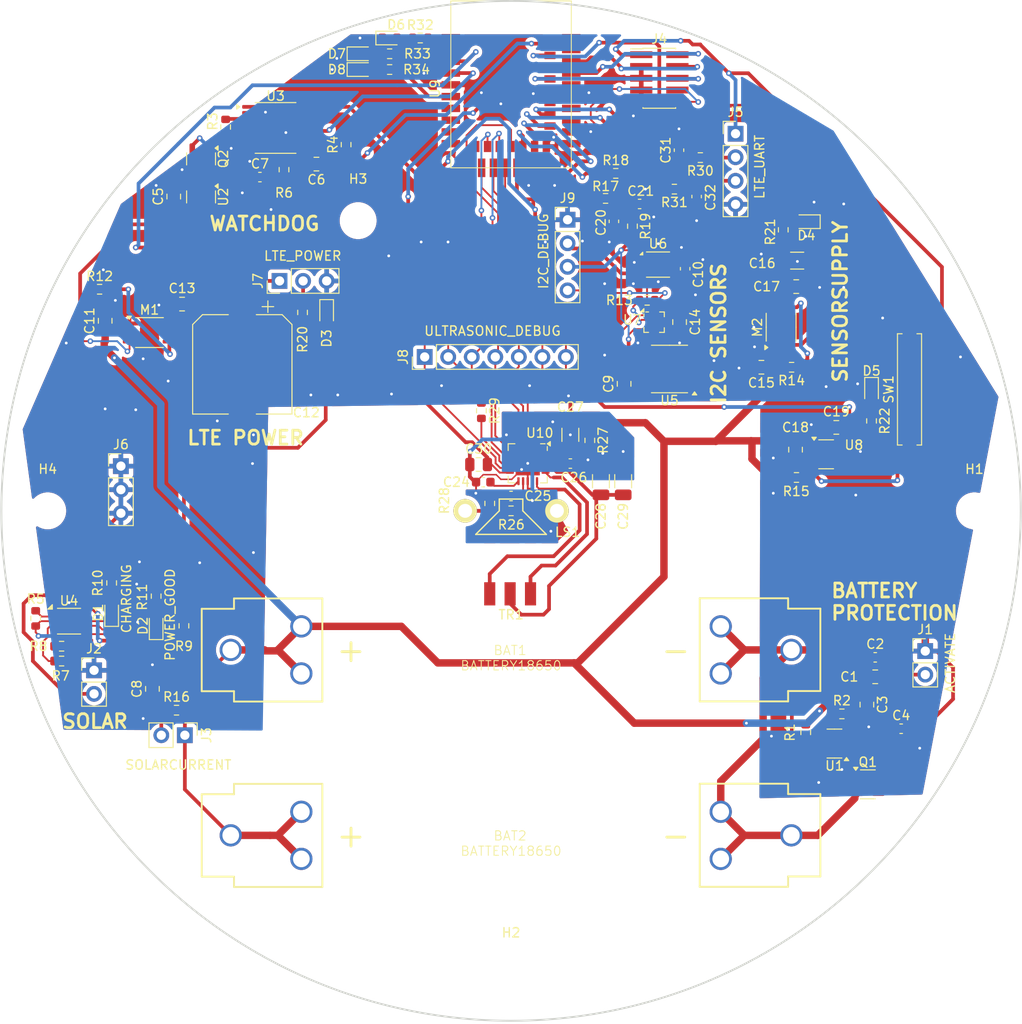
<source format=kicad_pcb>
(kicad_pcb (version 20240108) (generator "pcbnew") (generator_version "8.0")
  (layers (0 "F.Cu" signal) (31 "B.Cu" signal) (34 "B.Paste" user) (35 "F.Paste" user) (36 "B.SilkS" user "B.Silkscreen") (37 "F.SilkS" user "F.Silkscreen") (38 "B.Mask" user) (39 "F.Mask" user) (44 "Edge.Cuts" user))
  (net 0 "")
  (net 1 "VBAT")
  (net 2 "Net-(BAT1--)")
  (net 3 "Net-(U1-VDD)")
  (net 4 "GND")
  (net 5 "V3.3")
  (net 6 "Net-(C6-Pad1)")
  (net 7 "Net-(U3-~{Φ0})")
  (net 8 "Net-(J3-Pin_2)")
  (net 9 "SENSORSUPPLY")
  (net 10 "Net-(J7-Pin_2)")
  (net 11 "Net-(C21-Pad1)")
  (net 12 "Net-(U10-INN)")
  (net 13 "Net-(C25-Pad1)")
  (net 14 "Net-(U10-INP)")
  (net 15 "Net-(U10-FLT)")
  (net 16 "Net-(U10-VPWR)")
  (net 17 "Net-(U10-VDRV)")
  (net 18 "Net-(U9-P0.17)")
  (net 19 "Net-(J5-Pin_3)")
  (net 20 "Net-(D1-K)")
  (net 21 "Net-(D1-A)")
  (net 22 "Net-(D2-A)")
  (net 23 "Net-(D2-K)")
  (net 24 "Net-(D3-A)")
  (net 25 "Net-(D4-A)")
  (net 26 "Net-(D5-A)")
  (net 27 "Net-(D6-A)")
  (net 28 "Net-(D7-A)")
  (net 29 "Net-(D8-A)")
  (net 30 "Net-(J2-Pin_2)")
  (net 31 "Net-(J4-Pin_2)")
  (net 33 "Net-(J4-Pin_6)")
  (net 34 "Net-(J4-Pin_4)")
  (net 35 "Net-(J4-Pin_10)")
  (net 36 "Net-(J5-Pin_2)")
  (net 37 "LTE_POWERKEY")
  (net 38 "Net-(LS1-Pad1)")
  (net 40 "Net-(M1-FLAG)")
  (net 41 "LTEENABLE")
  (net 42 "Net-(M2-FLAG)")
  (net 44 "SENSORENABLE")
  (net 46 "Net-(Q1-G1)")
  (net 47 "Net-(Q1-G2)")
  (net 49 "NRESET")
  (net 50 "Net-(Q2-B)")
  (net 51 "Net-(U1-VM)")
  (net 52 "Net-(U3-Q14)")
  (net 53 "Net-(U3-~{Φ1})")
  (net 54 "Net-(U4-ISET)")
  (net 55 "Net-(U3-Φ0)")
  (net 56 "Net-(U4-VTSB)")
  (net 57 "Net-(U4-TS)")
  (net 58 "SOLARACTIVE")
  (net 59 "Net-(U7-SA0{slash}SDO)")
  (net 60 "Net-(U8-EN)")
  (net 61 "Net-(U9-P0.07)")
  (net 62 "Net-(U9-P0.12)")
  (net 63 "ULTRASONIC_IO2")
  (net 64 "Net-(U10-IO2)")
  (net 65 "Net-(U9-P0.15)")
  (net 66 "Net-(U9-P1.11)")
  (net 67 "Net-(U9-P1.10)")
  (net 68 "Net-(U9-P1.13)")
  (net 69 "Net-(U10-OUTB)")
  (net 70 "Net-(U10-OUTA)")
  (net 79 "WATCHDOG_RESET")
  (net 83 "I2C0-SCL")
  (net 84 "I2C0-SDA")
  (net 92 "ULTRASONIC_SDO")
  (net 98 "ULTRASONIC_IO1")
  (net 99 "ULTRASONIC_ENVELOPE")
  (net 102 "ULTRASONIC_SDI")
  (net 106 "ULTRASONIC_NCS")
  (net 109 "ULTRASONIC_SCLK")
  (footprint "Resistor_SMD:R_0603_1608Metric" (layer "F.Cu") (at 185.7 121.9)
    (property "Reference" "R2")
    (property "Value" "1k")
  )
  (footprint "Connector_PinHeader_2.54mm:PinHeader_1x03_P2.54mm_Vertical" (layer "F.Cu") (at 125.02 75.2 90)
    (property "Reference" "J7")
    (property "Value" "LTE_POWER")
  )
  (footprint "Capacitor_SMD:CP_Elec_10x10.5" (layer "F.Cu") (at 121 84.2 -90)
    (property "Reference" "C12")
    (property "Value" "1000uF")
  )
  (footprint "Package_SO:TSSOP-16_4.4x5mm_P0.65mm" (layer "F.Cu") (at 124.5875 58.7)
    (property "Reference" "U3")
    (property "Value" "74HC4060")
  )
  (footprint "Resistor_SMD:R_0603_1608Metric" (layer "F.Cu") (at 111.7 109.2 -90)
    (property "Reference" "R11")
    (property "Value" "330")
  )
  (footprint "SmarterSilo:MyParts-BATTERY_18650-HOLDER" (layer "F.Cu") (at 150 135)
    (property "Reference" "BAT2")
    (property "Value" "BATTERY18650")
  )
  (footprint "Connector_PinHeader_1.27mm:PinHeader_2x05_P1.27mm_Vertical_SMD" (layer "F.Cu") (at 166 53.34)
    (property "Reference" "J4")
    (property "Value" "SWD")
  )
  (footprint "Resistor_SMD:R_0603_1608Metric" (layer "F.Cu") (at 140.2 49 180)
    (property "Reference" "R32")
    (property "Value" "330")
  )
  (footprint "Resistor_SMD:R_0603_1608Metric" (layer "F.Cu") (at 180.275 84.5125 180)
    (property "Reference" "R14")
    (property "Value" "100k")
  )
  (footprint "Connector_PinHeader_2.54mm:PinHeader_1x02_P2.54mm_Vertical" (layer "F.Cu") (at 114.8 124.2 -90)
    (property "Reference" "J3")
    (property "Value" "SOLARCURRENT")
  )
  (footprint "Resistor_SMD:R_0603_1608Metric" (layer "F.Cu") (at 132.2 60.5 90)
    (property "Reference" "R4")
    (property "Value" "10k")
  )
  (footprint "SmarterSilo:400EP250-Holes" (layer "F.Cu") (at 150 100)
    (property "Reference" "LS1")
    (property "Value" "Speaker_Ultrasound")
  )
  (footprint "Capacitor_SMD:C_0603_1608Metric" (layer "F.Cu") (at 161.1 68.775 -90)
    (property "Reference" "C20")
    (property "Value" "33pF")
  )
  (footprint "Package_LGA:LGA-12_2x2mm_P0.5mm" (layer "F.Cu") (at 165.4375 79.65)
    (property "Reference" "U7")
    (property "Value" "LIS2DE12")
  )
  (footprint "Resistor_SMD:R_0603_1608Metric" (layer "F.Cu") (at 113.9 121.5)
    (property "Reference" "R16")
    (property "Value" "1")
  )
  (footprint "Connector_PinHeader_2.54mm:PinHeader_1x02_P2.54mm_Vertical" (layer "F.Cu") (at 105 117.2)
    (property "Reference" "J2")
    (property "Value" "SOLAR")
  )
  (footprint "MountingHole:MountingHole_3.5mm" (layer "F.Cu") (at 100 100)
    (property "Reference" "H4")
    (property "Value" "MountingHole")
  )
  (footprint "Package_SON:WSON-10-1EP_2.5x2.5mm_P0.5mm_EP1.2x2mm" (layer "F.Cu") (at 102.3 111.9)
    (property "Reference" "U4")
    (property "Value" "BQ24210")
  )
  (footprint "Connector_PinHeader_2.54mm:PinHeader_1x02_P2.54mm_Vertical" (layer "F.Cu") (at 194.7 115.125)
    (property "Reference" "J1")
    (property "Value" "ACTIVATE")
  )
  (footprint "Capacitor_SMD:C_0805_2012Metric" (layer "F.Cu") (at 146.5 95)
    (property "Reference" "C30")
    (property "Value" "10uF")
  )
  (footprint "SmarterSilo:MyParts-BATTERY_18650-HOLDER" (layer "F.Cu") (at 150 115)
    (property "Reference" "BAT1")
    (property "Value" "BATTERY18650")
  )
  (footprint "Resistor_SMD:R_0603_1608Metric" (layer "F.Cu") (at 164.6875 77.2875 180)
    (property "Reference" "R13")
    (property "Value" "10k")
  )
  (footprint "Package_SO:MSOP-8-1EP_3x3mm_P0.65mm_EP1.68x1.88mm" (layer "F.Cu") (at 110.98 80.77)
    (property "Reference" "M1")
    (property "Value" "AP2311")
  )
  (footprint "Capacitor_SMD:C_0603_1608Metric" (layer "F.Cu") (at 122.9 64)
    (property "Reference" "C7")
    (property "Value" "100nF")
  )
  (footprint "Capacitor_SMD:C_0805_2012Metric" (layer "F.Cu") (at 106.2 79.5 90)
    (property "Reference" "C11")
    (property "Value" "10uF")
  )
  (footprint "Package_TO_SOT_SMD:SOT-23" (layer "F.Cu") (at 116.55 66.1375 -90)
    (property "Reference" "U2")
    (property "Value" "61CN")
  )
  (footprint "Sensor_Humidity:Sensirion_DFN-8-1EP_2.5x2.5mm_P0.5mm_EP1.1x1.7mm" (layer "F.Cu") (at 165.8625 73.4375)
    (property "Reference" "U6")
    (property "Value" "SHT30-DIS")
  )
  (footprint "Resistor_SMD:R_0603_1608Metric" (layer "F.Cu") (at 125.5 63.2 90)
    (property "Reference" "R6")
    (property "Value" "100k")
  )
  (footprint "Package_SO:SOIC-8_3.9x4.9mm_P1.27mm" (layer "F.Cu") (at 167.1 84.7 180)
    (property "Reference" "U5")
    (property "Value" "AT24C512C")
  )
  (footprint "Package_TO_SOT_SMD:SOT-23" (layer "F.Cu") (at 116.55 62.0375 -90)
    (property "Reference" "Q2")
    (property "Value" "BC817")
  )
  (footprint "Resistor_SMD:R_0603_1608Metric" (layer "F.Cu") (at 167.625 65.3 180)
    (property "Reference" "R31")
    (property "Value" "100")
  )
  (footprint "Connector_PinHeader_2.54mm:PinHeader_1x03_P2.54mm_Vertical" (layer "F.Cu") (at 107.9 95.175)
    (property "Reference" "J6")
    (property "Value" "LTE_GND")
  )
  (footprint "Resistor_SMD:R_0603_1608Metric" (layer "F.Cu") (at 188.9 90.3 -90)
    (property "Reference" "R22")
    (property "Value" "330")
  )
  (footprint "Capacitor_SMD:C_0603_1608Metric" (layer "F.Cu") (at 189.3 115.8)
    (property "Reference" "C2")
    (property "Value" "100nF")
  )
  (footprint "Package_TO_SOT_SMD:SOT-23-6" (layer "F.Cu") (at 188.5 129.5)
    (property "Reference" "Q1")
    (property "Value" "DMG9926UDM")
  )
  (footprint "Package_TO_SOT_SMD:SOT-23-6" (layer "F.Cu") (at 184.9 125.1 180)
    (property "Reference" "U1")
    (property "Value" "AP9101CK6")
  )
  (footprint "MountingHole:MountingHole_3.5mm" (layer "F.Cu") (at 200 100)
    (property "Reference" "H1")
    (property "Value" "MountingHole")
  )
  (footprint "Capacitor_SMD:C_0603_1608Metric" (layer "F.Cu") (at 168.125 61.1 90)
    (property "Reference" "C31")
    (property "Value" "33pF")
  )
  (footprint "LED_SMD:LED_0603_1608Metric" (layer "F.Cu") (at 133.8 50.7)
    (property "Reference" "D7")
    (property "Value" "GREEN")
  )
  (footprint "Resistor_SMD:R_0603_1608Metric" (layer "F.Cu") (at 180.8 96.4)
    (property "Reference" "R15")
    (property "Value" "100k")
  )
  (footprint "Resistor_SMD:R_0603_1608Metric" (layer "F.Cu") (at 179.375 69.6875 -90)
    (property "Reference" "R21")
    (property "Value" "330")
  )
  (footprint "MountingHole:MountingHole_3.5mm" (layer "F.Cu") (at 150 150)
    (property "Reference" "H2")
    (property "Value" "MountingHole")
  )
  (footprint "LED_SMD:LED_0603_1608Metric" (layer "F.Cu") (at 130.1 78.7 -90)
    (property "Reference" "D3")
    (property "Value" "LED")
  )
  (footprint "Capacitor_SMD:C_1206_3216Metric" (layer "F.Cu") (at 159.7 96.8 -90)
    (property "Reference" "C28")
    (property "Value" "47uF")
  )
  (footprint "Resistor_SMD:R_0603_1608Metric" (layer "F.Cu") (at 146.8 89.2 -90)
    (property "Reference" "R29")
    (property "Value" "100")
  )
  (footprint "Resistor_SMD:R_0603_1608Metric" (layer "F.Cu") (at 161.3 63.6 180)
    (property "Reference" "R18")
    (property "Value" "100")
  )
  (footprint "Package_TO_SOT_SMD:SOT-23-5" (layer "F.Cu") (at 184 93.9)
    (property "Reference" "U8")
    (property "Value" "MIC5504-3.3YM5")
  )
  (footprint "Capacitor_SMD:C_0603_1608Metric" (layer "F.Cu") (at 163.875 66.9)
    (property "Reference" "C21")
    (property "Value" "33pF")
  )
  (footprint "LED_SMD:LED_0603_1608Metric" (layer "F.Cu") (at 181.875 68.8125 180)
    (property "Reference" "D4")
    (property "Value" "LED")
  )
  (footprint "Resistor_SMD:R_0603_1608Metric" (layer "F.Cu") (at 98.7 111.6 -90)
    (property "Reference" "R5")
    (property "Value" "1k")
  )
  (footprint "Capacitor_SMD:C_0805_2012Metric" (layer "F.Cu") (at 129 62.6 180)
    (property "Reference" "C6")
    (property "Value" "1uF")
  )
  (footprint "LED_SMD:LED_0603_1608Metric" (layer "F.Cu") (at 188.9 87.1 -90)
    (property "Reference" "D5")
    (property "Value" "LED")
  )
  (footprint "Capacitor_SMD:C_0603_1608Metric" (layer "F.Cu") (at 192.1 123.5)
    (property "Reference" "C4")
    (property "Value" "100nF")
  )
  (footprint "SmarterSilo:B78416" (layer "F.Cu") (at 149.9 110.2)
    (property "Reference" "TR1")
    (property "Value" "B78416")
  )
  (footprint "Resistor_SMD:R_0603_1608Metric" (layer "F.Cu") (at 160.2 66.3 180)
    (property "Reference" "R17")
    (property "Value" "100")
  )
  (footprint "Capacitor_SMD:C_0805_2012Metric" (layer "F.Cu") (at 177.015 84.5125 180)
    (property "Reference" "C15")
    (property "Value" "10uF")
  )
  (footprint "Resistor_SMD:R_0603_1608Metric" (layer "F.Cu") (at 163.1 69.3 90)
    (property "Reference" "R19")
    (property "Value" "100")
  )
  (footprint "Capacitor_SMD:C_0805_2012Metric" (layer "F.Cu") (at 168.1875 79.6375 -90)
    (property "Reference" "C14")
    (property "Value" "1uF")
  )
  (footprint "Capacitor_SMD:C_0805_2012Metric" (layer "F.Cu") (at 189.3 117.9)
    (property "Reference" "C1")
    (property "Value" "10uF")
  )
  (footprint "Resistor_SMD:R_0603_1608Metric" (layer "F.Cu") (at 147.7 99.2 -90)
    (property "Reference" "R28")
    (property "Value" "3k")
  )
  (footprint "Connector_PinHeader_2.54mm:PinHeader_1x04_P2.54mm_Vertical" (layer "F.Cu") (at 174.225 59.32)
    (property "Reference" "J5")
    (property "Value" "LTE_UART")
  )
  (footprint "Resistor_SMD:R_0603_1608Metric" (layer "F.Cu") (at 106.9 107.775 -90)
    (property "Reference" "R10")
    (property "Value" "330")
  )
  (footprint "Capacitor_SMD:C_0603_1608Metric" (layer "F.Cu") (at 168.7875 73.8875 90)
    (property "Reference" "C10")
    (property "Value" "100nF")
  )
  (footprint "Resistor_SMD:R_0603_1608Metric" (layer "F.Cu") (at 181.8 123.9 -90)
    (property "Reference" "R1")
    (property "Value" "330")
  )
  (footprint "Capacitor_SMD:C_0805_2012Metric" (layer "F.Cu") (at 162.2 86.3 90)
    (property "Reference" "C9")
    (property "Value" "1uF")
  )
  (footprint "Capacitor_SMD:C_0805_2012Metric" (layer "F.Cu") (at 113.6 66.1 90)
    (property "Reference" "C5")
    (property "Value" "1uF")
  )
  (footprint "Package_SO:MSOP-8-1EP_3x3mm_P0.65mm_EP1.68x1.88mm" (layer "F.Cu") (at 179.145 80.1925 90)
    (property "Reference" "M2")
    (property "Value" "AP2311")
  )
  (footprint "Button_Switch_SMD:SW_SPST_REED_CT10-XXXX-G1" (layer "F.Cu") (at 193 86.9 -90)
    (property "Reference" "SW1")
    (property "Value" "SW_Reed")
  )
  (footprint "LED_SMD:LED_0603_1608Metric" (layer "F.Cu") (at 133.8 52.4)
    (property "Reference" "D8")
    (property "Value" "BLUE")
  )
  (footprint "Capacitor_SMD:C_1206_3216Metric" (layer "F.Cu") (at 180.875 73.0125)
    (property "Reference" "C16")
    (property "Value" "100uF")
  )
  (footprint "LED_SMD:LED_0603_1608Metric" (layer "F.Cu") (at 111.7 112.4 90)
    (property "Reference" "D2")
    (property "Value" "POWER_GOOD")
  )
  (footprint "Resistor_SMD:R_0603_1608Metric" (layer "F.Cu") (at 105.6 76.1 180)
    (property "Reference" "R12")
    (property "Value" "100k")
  )
  (footprint "Resistor_SMD:R_0603_1608Metric" (layer "F.Cu") (at 119.2 58.6 -90)
    (property "Reference" "R3")
    (property "Value" "10k")
  )
  (footprint "Resistor_SMD:R_0603_1608Metric" (layer "F.Cu") (at 136.9 52.4 180)
    (property "Reference" "R34")
    (property "Value" "330")
  )
  (footprint "LED_SMD:LED_0603_1608Metric" (layer "F.Cu") (at 136.9 49)
    (property "Reference" "D6")
    (property "Value" "RED")
  )
  (footprint "Capacitor_SMD:C_0603_1608Metric" (layer "F.Cu") (at 150 98.4)
    (property "Reference" "C25")
    (property "Value" "330pF")
  )
  (footprint "Capacitor_SMD:C_0603_1608Metric" (layer "F.Cu") (at 156.4 94.9)
    (property "Reference" "C26")
    (property "Value" "10nF")
  )
  (footprint "Capacitor_SMD:C_0805_2012Metric" (layer "F.Cu") (at 114.5 77.7 180)
    (property "Reference" "C13")
    (property "Value" "10uF")
  )
  (footprint "Capacitor_SMD:C_0603_1608Metric" (layer "F.Cu") (at 170.025 66.1 90)
    (property "Reference" "C32")
    (property "Value" "33pF")
  )
  (footprint "SmarterSilo:E73(2G4M08S1C)" (layer "F.Cu") (at 156.5 63 90)
    (property "Reference" "U9")
    (property "Value" "E73-2G4M08S1C")
  )
  (footprint "Resistor_SMD:R_0603_1608Metric" (layer "F.Cu") (at 127.5 78.6 90)
    (property "Reference" "R20")
    (property "Value" "330")
  )
  (footprint "LED_SMD:LED_0603_1608Metric" (layer "F.Cu") (at 106.9 110.975 90)
    (property "Reference" "D1")
    (property "Value" "CHARGING")
  )
  (footprint "Package_DFN_QFN:QFN-20-1EP_4x4mm_P0.5mm_EP2.6x2.6mm" (layer "F.Cu") (at 151.8 94.875 -90)
    (property "Reference" "U10")
    (property "Value" "TUSS4440")
  )
  (footprint "Capacitor_SMD:C_0805_2012Metric" (layer "F.Cu") (at 185.1 91 180)
    (property "Reference" "C19")
    (property "Value" "4.7uF")
  )
  (footprint "Connector_PinHeader_2.54mm:PinHeader_1x07_P2.54mm_Vertical" (layer "F.Cu") (at 140.68 83.4 90)
    (property "Reference" "J8")
    (property "Value" "ULTRASONIC_DEBUG")
  )
  (footprint "Resistor_SMD:R_0603_1608Metric" (layer "F.Cu") (at 158.5 92.4 -90)
    (property "Reference" "R27")
    (property "Value" "10")
  )
  (footprint "MountingHole:MountingHole_3.5mm" (layer "F.Cu") (at 133.5 68.7)
    (property "Reference" "H3")
    (property "Value" "MountingHole")
  )
  (footprint "Capacitor_SMD:C_0805_2012Metric" (layer "F.Cu") (at 180.7 93.4 -90)
    (property "Reference" "C18")
    (property "Value" "4.7uF")
  )
  (footprint "Capacitor_SMD:C_0805_2012Metric" (layer "F.Cu") (at 188.4 120.9 -90)
    (property "Reference" "C3")
    (property "Value" "10uF")
  )
  (footprint "Resistor_SMD:R_0603_1608Metric" (layer "F.Cu") (at 136.9 50.7 180)
    (property "Reference" "R33")
    (property "Value" "330")
  )
  (footprint "Connector_PinHeader_2.54mm:PinHeader_1x04_P2.54mm_Vertical" (layer "F.Cu") (at 156.1 68.6)
    (property "Reference" "J9")
    (property "Value" "I2C_DEBUG")
  )
  (footprint "Capacitor_SMD:C_0805_2012Metric" (layer "F.Cu") (at 111.3 119.2 90)
    (property "Reference" "C8")
    (property "Value" "10uF")
  )
  (footprint "Capacitor_SMD:C_0805_2012Metric" (layer "F.Cu") (at 180.775 75.8125)
    (property "Reference" "C17")
    (property "Value" "10uF")
  )
  (footprint "Resistor_SMD:R_0603_1608Metric" (layer "F.Cu") (at 101.5 116.2)
    (property "Reference" "R7")
    (property "Value" "20k")
  )
  (footprint "Resistor_SMD:R_0603_1608Metric" (layer "F.Cu") (at 101.5 114.6)
    (property "Reference" "R8")
    (property "Value" "NTC")
  )
  (footprint "Capacitor_SMD:C_1206_3216Metric" (layer "F.Cu") (at 156.4 91.8 -90)
    (property "Reference" "C27")
    (property "Value" "47uF")
  )
  (footprint "Resistor_SMD:R_0603_1608Metric" (layer "F.Cu") (at 170.425 61.9 180)
    (property "Reference" "R30")
    (property "Value" "100")
  )
  (footprint "Resistor_SMD:R_0603_1608Metric" (layer "F.Cu") (at 114.7 112.4 -90)
    (property "Reference" "R9")
    (property "Value" "10k")
  )
  (footprint "Resistor_SMD:R_0603_1608Metric" (layer "F.Cu") (at 150 100)
    (property "Reference" "R26")
    (property "Value" "470k")
  )
  (footprint "Capacitor_SMD:C_0603_1608Metric" (layer "F.Cu") (at 147 96.9 180)
    (property "Reference" "C24")
    (property "Value" "100nF")
  )
  (footprint "Capacitor_SMD:C_1206_3216Metric" (layer "F.Cu") (at 162.1 96.8 -90)
    (property "Reference" "C29")
    (property "Value" "47uF")
  )
  (gr_circle (center 150 100) (end 205 100) (stroke (width 0.2)) (fill none) (layer "Edge.Cuts"))
  (gr_text "BATTERY\nPROTECTION" (at 184.4 111.9 0) (layer "F.SilkS") (effects (font (size 1.5 1.5) (thickness 0.3) (bold yes)) (justify left bottom)))
  (gr_text "WATCHDOG" (at 117.3 69.9 0) (layer "F.SilkS") (effects (font (size 1.5 1.5) (thickness 0.3) (bold yes)) (justify left bottom)))
  (gr_text "LTE POWER" (at 114.9 93 0) (layer "F.SilkS") (effects (font (size 1.5 1.5) (thickness 0.3) (bold yes)) (justify left bottom)))
  (gr_text "I2C SENSORS" (at 173.2875 88.5875 90) (layer "F.SilkS") (effects (font (size 1.5 1.5) (thickness 0.3) (bold yes)) (justify left bottom)))
  (gr_text "SENSORSUPPLY" (at 186.4 86.3 90) (layer "F.SilkS") (effects (font (size 1.5 1.5) (thickness 0.3) (bold yes)) (justify left bottom)))
  (segment (start 142.1 116.4) (end 156.8 116.4) (width 0.8) (layer "F.Cu") (net 1))
  (segment (start 179.47 82.3425) (end 179.47 84.4925) (width 0.4) (layer "F.Cu") (net 1))
  (segment (start 106.2 80.45) (end 105.05 80.45) (width 0.4) (layer "F.Cu") (net 1))
  (segment (start 172.15 92.45) (end 175.9 92.45) (width 0.8) (layer "F.Cu") (net 1))
  (segment (start 188.35 119.9) (end 188.4 119.95) (width 0.4) (layer "F.Cu") (net 1))
  (segment (start 108.83 80.445) (end 106.205 80.445) (width 0.4) (layer "F.Cu") (net 1))
  (segment (start 104.4 79.8) (end 104.4 76.9) (width 0.4) (layer "F.Cu") (net 1))
  (segment (start 189.85 119.95) (end 190.8 120.9) (width 0.4) (layer "F.Cu") (net 1))
  (segment (start 127.37114 112.46) (end 138.16 112.46) (width 0.8) (layer "F.Cu") (net 1))
  (segment (start 166.5 107.1) (end 166.5 92.5) (width 0.8) (layer "F.Cu") (net 1))
  (segment (start 114.8 124.2) (end 114.8 121.575) (width 0.4) (layer "F.Cu") (net 1))
  (segment (start 179.45 84.5125) (end 177.965 84.5125) (width 0.4) (layer "F.Cu") (net 1))
  (segment (start 172.1 92.5) (end 177.965 86.635) (width 0.8) (layer "F.Cu") (net 1))
  (segment (start 188.4 119.95) (end 189.85 119.95) (width 0.4) (layer "F.Cu") (net 1))
  (segment (start 172.1 92.5) (end 172.15 92.45) (width 0.8) (layer "F.Cu") (net 1))
  (segment (start 188.4 119.95) (end 184.925 119.95) (width 0.8) (layer "F.Cu") (net 1))
  (segment (start 176 92.55) (end 175.9 92.45) (width 0.8) (layer "F.Cu") (net 1))
  (segment (start 138.16 112.46) (end 142.1 116.4) (width 0.8) (layer "F.Cu") (net 1))
  (segment (start 104.775 76.1) (end 104.775 76.525) (width 0.2) (layer "F.Cu") (net 1))
  (segment (start 105.05 80.45) (end 104.4 79.8) (width 0.4) (layer "F.Cu") (net 1))
  (segment (start 177.965 86.635) (end 177.965 84.5125) (width 0.8) (layer "F.Cu") (net 1))
  (segment (start 164.5 90.5) (end 159.1 90.5) (width 0.8) (layer "F.Cu") (net 1))
  (segment (start 104.4 76.9) (end 104.775 76.525) (width 0.4) (layer "F.Cu") (net 1))
  (segment (start 108.83 80.445) (end 108.83 81.095) (width 0.4) (layer "F.Cu") (net 1))
  (segment (start 114.8 130.04886) (end 119.75114 135) (width 0.4) (layer "F.Cu") (net 1))
  (segment (start 124.93114 115.1) (end 127.37114 117.54) (width 0.8) (layer "F.Cu") (net 1))
  (segment (start 106.1 81.8) (end 106.2 81.7) (width 0.8) (layer "F.Cu") (net 1))
  (segment (start 175.9 92.45) (end 180.7 92.45) (width 0.8) (layer "F.Cu") (net 1))
  (segment (start 114.725 121.5) (end 114.725 120.02614) (width 0.4) (layer "F.Cu") (net 1))
  (segment (start 166.5 92.5) (end 172.1 92.5) (width 0.8) (layer "F.Cu") (net 1))
  (segment (start 176 94.4) (end 176 92.55) (width 0.8) (layer "F.Cu") (net 1))
  (segment (start 124.73114 115.1) (end 123.5 115.1) (width 0.8) (layer "F.Cu") (net 1))
  (segment (start 163.3 122.9) (end 156.8 116.4) (width 0.8) (layer "F.Cu") (net 1))
  (segment (start 190.8 123.15) (end 190.975 123.15) (width 0.4) (layer "F.Cu") (net 1))
  (segment (start 106.2 81.7) (end 106.2 80.45) (width 0.8) (layer "F.Cu") (net 1))
  (segment (start 183.2875 121.5875) (end 181.8 123.075) (width 0.8) (layer "F.Cu") (net 1))
  (segment (start 182.3625 92.45) (end 182.8625 92.95) (width 0.4) (layer "F.Cu") (net 1))
  (segment (start 114.8 121.575) (end 114.725 121.5) (width 0.4) (layer "F.Cu") (net 1))
  (segment (start 178.82 82.3425) (end 179.47 82.3425) (width 0.4) (layer "F.Cu") (net 1))
  (segment (start 107.2 83.5) (end 106.1 82.4) (width 0.8) (layer "F.Cu") (net 1))
  (segment (start 123.5 115.1) (end 123.4 115) (width 0.8) (layer "F.Cu") (net 1))
  (segment (start 127.37114 112.46) (end 124.73114 115.1) (width 0.8) (layer "F.Cu") (net 1))
  (segment (start 166.5 92.5) (end 164.5 90.5) (width 0.8) (layer "F.Cu") (net 1))
  (segment (start 123.4 115) (end 119.75114 115) (width 0.8) (layer "F.Cu") (net 1))
  (segment (start 190.8 120.9) (end 190.8 123.15) (width 0.4) (layer "F.Cu") (net 1))
  (segment (start 179.975 96.4) (end 178 96.4) (width 0.8) (layer "F.Cu") (net 1))
  (segment (start 190.975 123.15) (end 191.325 123.5) (width 0.4) (layer "F.Cu") (net 1))
  (segment (start 106.1 82.4) (end 106.1 81.8) (width 0.8) (layer "F.Cu") (net 1))
  (segment (start 156.8 116.4) (end 157.2 116.4) (width 0.8) (layer "F.Cu") (net 1))
  (segment (start 175.4 122.9) (end 163.3 122.9) (width 0.8) (layer "F.Cu") (net 1))
  (segment (start 127.37114 137.54) (end 124.83114 135) (width 0.8) (layer "F.Cu") (net 1))
  (segment (start 124 135) (end 119.75114 135) (width 0.8) (layer "F.Cu") (net 1))
  (segment (start 114.8 124.2) (end 114.8 130.04886) (width 0.4) (layer "F.Cu") (net 1))
  (segment (start 159.1 90.5) (end 158.5 91.1) (width 0.8) (layer "F.Cu") (net 1))
  (segment (start 158.5 91.1) (end 158.5 91.575) (width 0.8) (layer "F.Cu") (net 1))
  (segment (start 178 96.4) (end 176 94.4) (width 0.8) (layer "F.Cu") (net 1))
  (segment (start 124.73114 115.1) (end 124.93114 115.1) (width 0.8) (layer "F.Cu") (net 1))
  (segment (start 114.725 120.02614) (end 119.75114 115) (width 0.4) (layer "F.Cu") (net 1))
  (segment (start 180.7 92.45) (end 182.3625 92.45) (width 0.4) (layer "F.Cu") (net 1))
  (segment (start 124.83114 135) (end 127.37114 132.46) (width 0.8) (layer "F.Cu") (net 1))
  (segment (start 179.47 84.4925) (end 179.45 84.5125) (width 0.4) (layer "F.Cu") (net 1))
  (segment (start 124 135) (end 124.83114 135) (width 0.8) (layer "F.Cu") (net 1))
  (segment (start 157.2 116.4) (end 166.5 107.1) (width 0.8) (layer "F.Cu") (net 1))
  (segment (start 188.35 117.9) (end 188.35 119.9) (width 0.8) (layer "F.Cu") (net 1))
  (segment (start 106.205 80.445) (end 106.2 80.45) (width 0.4) (layer "F.Cu") (net 1))
  (segment (start 184.925 119.95) (end 183.2875 121.5875) (width 0.8) (layer "F.Cu") (net 1))
  (via (at 183.2875 121.5875) (size 0.6) (drill 0.3) (layers "F.Cu" "B.Cu") (net 1))
  (via (at 175.4 122.9) (size 0.6) (drill 0.3) (layers "F.Cu" "B.Cu") (net 1))
  (via (at 107.2 83.5) (size 0.6) (drill 0.3) (layers "F.Cu" "B.Cu") (net 1))
  (segment (start 112.2 88.5) (end 107.2 83.5) (width 0.8) (layer "B.Cu") (net 1))
  (segment (start 112.2 97.28886) (end 112.2 93.8) (width 0.8) (layer "B.Cu") (net 1))
  (segment (start 127.37114 112.46) (end 112.2 97.28886) (width 0.8) (layer "B.Cu") (net 1))
  (segment (start 181.975 122.9) (end 183.2875 121.5875) (width 0.8) (layer "B.Cu") (net 1))
  (segment (start 175.4 122.9) (end 181.975 122.9) (width 0.8) (layer "B.Cu") (net 1))
  (segment (start 112.2 93.8) (end 112.2 88.5) (width 0.8) (layer "B.Cu") (net 1))
  (segment (start 189.2 113.1) (end 190.25 114.15) (width 0.8) (layer "F.Cu") (net 2))
  (segment (start 180.24886 135) (end 183.1 135) (width 0.8) (layer "F.Cu") (net 2))
  (segment (start 175.16886 135) (end 172.62886 132.46) (width 0.8) (layer "F.Cu") (net 2))
  (segment (start 190.485 117.665) (end 190.25 117.9) (width 0.4) (layer "F.Cu") (net 2))
  (segment (start 187.3625 130.45) (end 186.15 130.45) (width 0.4) (layer "F.Cu") (net 2))
  (segment (start 187.3625 130.7375) (end 187.1 131) (width 0.4) (layer "F.Cu") (net 2))
  (segment (start 172.62886 117.54) (end 175.16886 115) (width 0.8) (layer "F.Cu") (net 2))
  (segment (start 175.16886 115) (end 172.62886 112.46) (width 0.8) (layer "F.Cu") (net 2))
  (segment (start 180.24886 115) (end 183.6 115) (width 0.8) (layer "F.Cu") (net 2))
  (segment (start 184.2 126.4875) (end 183.7625 126.05) (width 0.4) (layer "F.Cu") (net 2))
  (segment (start 190.25 115.8) (end 190.25 118.45) (width 0.8) (layer "F.Cu") (net 2))
  (segment (start 172.62886 137.54) (end 175.16886 135) (width 0.8) (layer "F.Cu") (net 2))
  (segment (start 175.16886 135) (end 180.24886 135) (width 0.8) (layer "F.Cu") (net 2))
  (segment (start 190.25 114.15) (end 190.25 115.8) (width 0.8) (layer "F.Cu") (net 2))
  (segment (start 183.1 135) (end 187.1 131) (width 0.8) (layer "F.Cu") (net 2))
  (segment (start 187.3625 130.45) (end 187.3625 130.6625) (width 0.4) (layer "F.Cu") (net 2))
  (segment (start 183.6 115) (end 185.5 113.1) (width 0.8) (layer "F.Cu") (net 2))
  (segment (start 177.2 124.6) (end 177.2 118.04886) (width 0.8) (layer "F.Cu") (net 2))
  (segment (start 194.7 117.665) (end 190.485 117.665) (width 0.4) (layer "F.Cu") (net 2))
  (segment (start 185.5 113.1) (end 189.2 113.1) (width 0.8) (layer "F.Cu") (net 2))
  (segment (start 177.2 118.04886) (end 180.24886 115) (width 0.8) (layer "F.Cu") (net 2))
  (segment (start 186.15 130.45) (end 184.2 128.5) (width 0.4) (layer "F.Cu") (net 2))
  (segment (start 187.3625 130.45) (end 187.3625 130.7375) (width 0.4) (layer "F.Cu") (net 2))
  (segment (start 172.62886 132.46) (end 172.62886 129.17114) (width 0.8) (layer "F.Cu") (net 2))
  (segment (start 184.2 128.5) (end 184.2 126.4875) (width 0.4) (layer "F.Cu") (net 2))
  (segment (start 190.25 115.8) (end 190.25 117.9) (width 0.8) (layer "F.Cu") (net 2))
  (segment (start 180.24886 115) (end 175.16886 115) (width 0.8) (layer "F.Cu") (net 2))
  (segment (start 172.62886 129.17114) (end 177.2 124.6) (width 0.8) (layer "F.Cu") (net 2))
  (segment (start 183.7625 125.1) (end 182.175 125.1) (width 0.4) (layer "F.Cu") (net 3))
  (segment (start 182.175 125.1) (end 181.8 124.725) (width 0.4) (layer "F.Cu") (net 3))
  (segment (start 186.5 115.8) (end 188.35 115.8) (width 0.4) (layer "F.Cu") (net 3))
  (segment (start 181.8 124.725) (end 180.925 124.725) (width 0.4) (layer "F.Cu") (net 3))
  (segment (start 180.925 124.725) (end 180.3 124.1) (width 0.4) (layer "F.Cu") (net 3))
  (segment (start 180.3 122) (end 186.5 115.8) (width 0.4) (layer "F.Cu") (net 3))
  (segment (start 180.3 124.1) (end 180.3 122) (width 0.4) (layer "F.Cu") (net 3))
  (segment (start 150.825 100) (end 150.9 100) (width 0.2) (layer "F.Cu") (net 4))
  (segment (start 118.3 90.3) (end 120.7 90.3) (width 0.8) (layer "F.Cu") (net 4))
  (segment (start 154.5 90.4) (end 156.325 90.4) (width 0.4) (layer "F.Cu") (net 4))
  (segment (start 148.4 96.1) (end 147 96.1) (width 0.16) (layer "F.Cu") (net 4))
  (segment (start 176.305 82.3425) (end 176.275 82.3125) (width 0.4) (layer "F.Cu") (net 4))
  (segment (start 152.703 102.25) (end 154.953 100) (width 0.4) (layer "F.Cu") (net 4))
  (segment (start 148.9 56.1) (end 151.3 56.1) (width 0.4) (layer "F.Cu") (net 4))
  (segment (start 153.81 60.7) (end 153.81 60.49) (width 0.2) (layer "F.Cu") (net 4))
  (segment (start 162.1 95.325) (end 162.1 93.6) (width 0.4) (layer "F.Cu") (net 4))
  (segment (start 109.7 108) (end 109.6 107.9) (width 0.4) (layer "F.Cu") (net 4))
  (segment (start 161.1 69.55) (end 161.1 70.5) (width 0.4) (layer "F.Cu") (net 4))
  (segment (start 108.83 79.795) (end 110.005 79.795) (width 0.4) (layer "F.Cu") (net 4))
  (segment (start 184.15 86.75) (end 184 86.6) (width 0.8) (layer "F.Cu") (net 4))
  (segment (start 164.05 54.61) (end 164.05 55.88) (width 0.4) (layer "F.Cu") (net 4))
  (segment (start 151.8 98.4) (end 152.3 98.9) (width 0.2) (layer "F.Cu") (net 4))
  (segment (start 193.05 123.5) (end 193.05 124.55) (width 0.4) (layer "F.Cu") (net 4))
  (segment (start 107.9 86) (end 110.3 83.6) (width 0.4) (layer "F.Cu") (net 4))
  (segment (start 195.925 115.125) (end 194.7 115.125) (width 0.4) (layer "F.Cu") (net 4))
  (segment (start 98.7 113.1) (end 99 113.4) (width 0.2) (layer "F.Cu") (net 4))
  (segment (start 188.4 121.85) (end 186.575 121.85) (width 0.4) (layer "F.Cu") (net 4))
  (segment (start 168.7875 72.9375) (end 170.6625 72.9375) (width 0.2) (layer "F.Cu") (net 4))
  (segment (start 133.0125 49.6875) (end 133.7 49) (width 0.4) (layer "F.Cu") (net 4))
  (segment (start 146.225 98.075) (end 146.2 98.1) (width 0.2) (layer "F.Cu") (net 4))
  (segment (start 154.25 102.25) (end 154.3 102.2) (width 0.4) (layer "F.Cu") (net 4))
  (segment (start 167.0375 73.1875) (end 168.5375 73.1875) (width 0.2) (layer "F.Cu") (net 4))
  (segment (start 121.725 62.225) (end 121.8 62.3) (width 0.4) (layer "F.Cu") (net 4))
  (segment (start 168.7875 72.9375) (end 168.7875 71.9875) (width 0.2) (layer "F.Cu") (net 4))
  (segment (start 164.65 67.55) (end 165.4 68.3) (width 0.4) (layer "F.Cu") (net 4))
  (segment (start 182.6625 68.8125) (end 182.6625 66.7375) (width 0.4) (layer "F.Cu") (net 4))
  (segment (start 112.6 86) (end 109.5 89.1) (width 0.8) (layer "F.Cu") (net 4))
  (segment (start 187.3625 128.55) (end 186.35 128.55) (width 0.4) (layer "F.Cu") (net 4))
  (segment (start 133.0125 50.7) (end 133.0125 49.6875) (width 0.4) (layer "F.Cu") (net 4))
  (segment (start 165.8625 73.4375) (end 165.8625 71.2125) (width 0.2) (layer "F.Cu") (net 4))
  (segment (start 187.2 94.6) (end 186.5 93.9) (width 0.8) (layer "F.Cu") (net 4))
  (segment (start 165.8625 71.2125) (end 165.8875 71.1875) (width 0.2) (layer "F.Cu") (net 4))
  (segment (start 166.1875 81.8875) (end 164.6875 81.8875) (width 0.2) (layer "F.Cu") (net 4))
  (segment (start 164.65 65.45) (end 164.5 65.3) (width 0.4) (layer "F.Cu") (net 4))
  (segment (start 181.725 75.8125) (end 183.2125 75.8125) (width 0.8) (layer "F.Cu") (net 4))
  (segment (start 151.8 94.875) (end 151.856326 94.875) (width 0.1) (layer "F.Cu") (net 4))
  (segment (start 166.1875 81.8875) (end 165.1875 81.8875) (width 0.2) (layer "F.Cu") (net 4))
  (segment (start 113.6 65.15) (end 113.6 64.1) (width 0.4) (layer "F.Cu") (net 4))
  (segment (start 109.7 112) (end 109.7 108) (width 0.4) (layer "F.Cu") (net 4))
  (segment (start 182.35 75.0125) (end 182.35 78.8375) (width 0.8) (layer "F.Cu") (net 4))
  (segment (start 181.7 93.9) (end 182.8625 93.9) (width 0.4) (layer "F.Cu") (net 4))
  (segment (start 151.8 99.1) (end 151.8 98.4) (width 0.2) (layer "F.Cu") (net 4))
  (segment (start 116.4 105.6) (end 117.5 104.5) (width 0.4) (layer "F.Cu") (net 4))
  (segment (start 121.95 64) (end 121.95 62.45) (width 0.4) (layer "F.Cu") (net 4))
  (segment (start 166.2 79.9) (end 166.2 80.4) (width 0.2) (layer "F.Cu") (net 4))
  (segment (start 150.075 96.6) (end 151.1375 95.5375) (width 0.16) (layer "F.Cu") (net 4))
  (segment (start 152.3 95.375) (end 151.8 94.875) (width 0.2) (layer "F.Cu") (net 4))
  (segment (start 161.1 70.5) (end 160.6 71) (width 0.4) (layer "F.Cu") (net 4))
  (segment (start 182.35 78.8375) (end 180.975 80.2125) (width 0.8) (layer "F.Cu") (net 4))
  (segment (start 166.1875 80.4125) (end 166.2 80.4) (width 0.2) (layer "F.Cu") (net 4))
  (segment (start 133.0125 52.4) (end 133.0125 50.7) (width 0.4) (layer "F.Cu") (net 4))
  (segment (start 184 93.9) (end 184 91.1) (width 0.4) (layer "F.Cu") (net 4))
  (segment (start 107.9 97.715) (end 107.9 95.175) (width 0.4) (layer "F.Cu") (net 4))
  (segment (start 193.05 123.5) (end 194.5 123.5) (width 0.4) (layer "F.Cu") (net 4))
  (segment (start 118.3 86.6) (end 118.3 90.3) (width 0.8) (layer "F.Cu") (net 4))
  (segment (start 159.9 95.125) (end 159.7 95.325) (width 0.4) (layer "F.Cu") (net 4))
  (segment (start 151.3 56.1) (end 152.4 55) (width 0.4) (layer "F.Cu") (net 4))
  (segment (start 156.4 90.325) (end 156.4 87.8) (width 0.4) (layer "F.Cu") (net 4))
  (segment (start 152.1 102.25) (end 152.703 102.25) (width 0.4) (layer "F.Cu") (net 4))
  (segment (start 167.0375 73.1875) (end 166.1125 73.1875) (width 0.2) (layer "F.Cu") (net 4))
  (segment (start 165.1875 80.4125) (end 166.1875 80.4125) (width 0.2) (layer "F.Cu") (net 4))
  (segment (start 167.0375 72.6875) (end 168.5375 72.6875) (width 0.2) (layer "F.Cu") (net 4))
  (segment (start 102.3 111.9) (end 102.3 114.575) (width 0.2) (layer "F.Cu") (net 4))
  (segment (start 168.1875 80.5875) (end 168.1875 81.8875) (width 0.2) (layer "F.Cu") (net 4))
  (segment (start 120.7 90.3) (end 122.2 91.8) (width 0.8) (layer "F.Cu") (net 4))
  (segment (start 153.81 60.49) (end 154.6 59.7) (width 0.2) (layer "F.Cu") (net 4))
  (segment (start 194.7 115.125) (end 194.7 105.8) (width 0.8) (layer "F.Cu") (net 4))
  (segment (start 174.225 66.94) (end 170.09 66.94) (width 0.4) (layer "F.Cu") (net 4))
  (segment (start 162.215 85.335) (end 162.2 85.35) (width 0.4) (layer "F.Cu") (net 4))
  (segment (start 187.4 93.9) (end 187.7 93.6) (width 0.8) (layer "F.Cu") (net 4))
  (segment (start 182.6625 66.7375) (end 182.7 66.7) (width 0.4) (layer "F.Cu") (net 4))
  (segment (start 102.3 111.9) (end 102.3 109.9) (width 0.2) (layer "F.Cu") (net 4))
  (segment (start 151.905 63) (end 151.905 64.895) (width 0.4) (layer "F.Cu") (net 4))
  (segment (start 170.895 82.795) (end 171.9 83.8) (width 0.4) (layer "F.Cu") (net 4))
  (segment (start 165.3875 73.1875) (end 164.6875 73.1875) (width 0.2) (layer "F.Cu") (net 4))
  (segment (start 156.325 90.4) (end 156.4 90.325) (width 0.4) (layer "F.Cu") (net 4))
  (segment (start 105 115.7) (end 105 117.2) (width 0.4) (layer "F.Cu") (net 4))
  (segment (start 194.7 105.8) (end 187.2 98.3) (width 0.8) (layer "F.Cu") (net 4))
  (segment (start 164.65 66.9) (end 164.65 65.45) (width 0.4) (layer "F.Cu") (net 4))
  (segment (start 113.65 65.2) (end 113.6 65.15) (width 0.4) (layer "F.Cu") (net 4))
  (segment (start 148.9 96.6) (end 148.4 96.1) (width 0.16) (layer "F.Cu") (net 4))
  (segment (start 159.9 93.8) (end 159.9 95.125) (width 0.4) (layer "F.Cu") (net 4))
  (segment (start 164.05 56.55) (end 163.2 57.4) (width 0.4) (layer "F.Cu") (net 4))
  (segment (start 197.7 120.3) (end 197.7 116.9) (width 0.4) (layer "F.Cu") (net 4))
  (segment (start 152.9 91.4) (end 154 91.4) (width 0.2) (layer "F.Cu") (net 4))
  (segment (start 164.05 52.07) (end 164.05 53.34) (width 0.4) (layer "F.Cu") (net 4))
  (segment (start 121.95 64.75) (end 121 65.7) (width 0.4) (layer "F.Cu") (net 4))
  (segment (start 164.625 85.335) (end 165.765 85.335) (width 0.4) (layer "F.Cu") (net 4))
  (segment (start 152.3 92.95) (end 152.3 92) (width 0.2) (layer "F.Cu") (net 4))
  (segment (start 143.5 54.05) (end 141.85 54.05) (width 0.4) (layer "F.Cu") (net 4))
  (segment (start 166.2 80.4) (end 168 80.4) (width 0.2) (layer "F.Cu") (net 4))
  (segment (start 165.6875 80.4125) (end 165.6875 81.8875) (width 0.2) (layer "F.Cu") (net 4))
  (segment (start 176.065 82.5225) (end 176.275 82.3125) (width 0.4) (layer "F.Cu") (net 4))
  (segment (start 168.5375 73.1875) (end 168.7875 72.9375) (width 0.2) (layer "F.Cu") (net 4))
  (segment (start 182.6625 68.8125) (end 182.6625 69.5375) (width 0.4) (layer "F.Cu") (net 4))
  (segment (start 181.25 94.35) (end 181.7 93.9) (width 0.4) (layer "F.Cu") (net 4))
  (segment (start 184.15 89.8) (end 184.15 90.95) (width 0.8) (layer "F.Cu") (net 4))
  (segment (start 156.5 59.13) (end 158.57 59.13) (width 0.4) (layer "F.Cu") (net 4))
  (segment (start 153.5 93.231326) (end 153.5 93.2) (width 0.1) (layer "F.Cu") (net 4))
  (segment (start 133.0125 52.4) (end 130.7 52.4) (width 0.4) (layer "F.Cu") (net 4))
  (segment (start 113.55 77.7) (end 112.1 77.7) (width 0.4) (layer "F.Cu") (net 4))
  (segment (start 102.3 114.575) (end 102.325 114.6) (width 0.2) (layer "F.Cu") (net 4))
  (segment (start 170.09 66.94) (end 170.025 66.875) (width 0.4) (layer "F.Cu") (net 4))
  (segment (start 162.1 95.325) (end 159.7 95.325) (width 0.4) (layer "F.Cu") (net 4))
  (segment (start 170.025 66.875) (end 170.025 68.7) (width 0.4) (layer "F.Cu") (net 4))
  (segment (start 188.9 86.3125) (end 187.4125 86.3125) (width 0.4) (layer "F.Cu") (net 4))
  (segment (start 178.35 94.35) (end 178.3 94.3) (width 0.4) (layer "F.Cu") (net 4))
  (segment (start 164.65 66.9) (end 164.65 67.55) (width 0.4) (layer "F.Cu") (net 4))
  (segment (start 151.905 64.895) (end 151.9 64.9) (width 0.4) (layer "F.Cu") (net 4))
  (segment (start 107.9 100.255) (end 102.3 105.855) (width 0.4) (layer "F.Cu") (net 4))
  (segment (start 107.9 95.175) (end 107.9 86) (width 0.4) (layer "F.Cu") (net 4))
  (segment (start 184.15 89.8) (end 184.15 86.75) (width 0.8) (layer "F.Cu") (net 4))
  (segment (start 180.9875 73.0125) (end 180.9 73.1) (width 0.4) (layer "F.Cu") (net 4))
  (segment (start 182.6625 68.8125) (end 182.6625 72.7) (width 0.4) (layer "F.Cu") (net 4))
  (segment (start 101.0875 111.9) (end 102.3 111.9) (width 0.2) (layer "F.Cu") (net 4))
  (segment (start 146.225 96.9) (end 146.225 98.075) (width 0.2) (layer "F.Cu") (net 4))
  (segment (start 154 91.4) (end 154.5 90.9) (width 0.2) (layer "F.Cu") (net 4))
  (segment (start 184 93.9) (end 182.8625 93.9) (width 0.8) (layer "F.Cu") (net 4))
  (segment (start 151.8 96.8) (end 151.8 98.4) (width 0.2) (layer "F.Cu") (net 4))
  (segment (start 169.575 82.795) (end 169.575 86.605) (width 0.4) (layer "F.Cu") (net 4))
  (segment (start 178.17 82.3425) (end 178.17 81.1675) (width 0.4) (layer "F.Cu") (net 4))
  (segment (start 111.3 118.25) (end 111.3 116.6) (width 0.4) (layer "F.Cu") (net 4))
  (segment (start 145.55 95) (end 145.55 93.65) (width 0.4) (layer "F.Cu") (net 4))
  (segment (start 141.85 54.05) (end 140.6 52.8) (width 0.4) (layer "F.Cu") (net 4))
  (segment (start 154.5 90.9) (end 154.5 90.4) (width 0.2) (layer "F.Cu") (net 4))
  (segment (start 155 86.5) (end 152 86.5) (width 0.4) (layer "F.Cu") (net 4))
  (segment (start 188.6 122.05) (end 188.4 121.85) (width 0.4) (layer "F.Cu") (net 4))
  (segment (start 131.7 50.7) (end 131.2 51.2) (width 0.4) (layer "F.Cu") (net 4))
  (segment (start 153.4 100) (end 152.3 98.9) (width 0.2) (layer "F.Cu") (net 4))
  (segment (start 145.55 96.325) (end 146.225 97) (width 0.4) (layer "F.Cu") (net 4))
  (segment (start 113.6 86.6) (end 113 86) (width 0.8) (layer "F.Cu") (net 4))
  (segment (start 152.3 92) (end 152.9 91.4) (width 0.2) (layer "F.Cu") (net 4))
  (segment (start 180.7 94.35) (end 181.25 94.35) (width 0.4) (layer "F.Cu") (net 4))
  (segment (start 163.2 75.5) (end 160.1 75.5) (width 0.2) (layer "F.Cu") (net 4))
  (segment (start 145.95 54.05) (end 146.8 54.9) (width 0.4) (layer "F.Cu") (net 4))
  (segment (start 154.953 100) (end 153.4 100) (width 0.2) (layer "F.Cu") (net 4))
  (segment (start 176.065 84.5125) (end 176.065 82.5225) (width 0.4) (layer "F.Cu") (net 4))
  (segment (start 156.4 87.8) (end 156.2 87.6) (width 0.4) (layer "F.Cu") (net 4))
  (segment (start 106.2 78.55) (end 106.2 78.4) (width 0.4) (layer "F.Cu") (net 4))
  (segment (start 180.455 80.1925) (end 179.145 80.1925) (width 0.8) (layer "F.Cu") (net 4))
  (segment (start 158.57 59.13) (end 158.6 59.1) (width 0.4) (layer "F.Cu") (net 4))
  (segment (start 166.1875 81.8875) (end 165.6875 81.8875) (width 0.2) (layer "F.Cu") (net 4))
  (segment (start 182.35 73.0125) (end 182.35 75.1875) (width 0.8) (layer "F.Cu") (net 4))
  (segment (start 110.005 79.795) (end 110.98 80.77) (width 0.4) (layer "F.Cu") (net 4))
  (segment (start 176.2075 80.1925) (end 176.2 80.2) (width 0.4) (layer "F.Cu") (net 4))
  (segment (start 168.125 60.325) (end 168.125 58.8) (width 0.4) (layer "F.Cu") (net 4))
  (segment (start 182.35 75.1875) (end 181.725 75.8125) (width 0.8) (layer "F.Cu") (net 4))
  (segment (start 113.6 64.1) (end 114.5 63.2) (width 0.4) (layer "F.Cu") (net 4))
  (segment (start 157.9 94.9) (end 158.3 94.5) (width 0.4) (layer "F.Cu") (net 4))
  (segment (start 176.065 84.5125) (end 174.6875 84.5125) (width 0.4) (layer "F.Cu") (net 4))
  (segment (start 180.975 80.2125) (end 180.475 80.2125) (width 0.8) (layer "F.Cu") (net 4))
  (segment (start 121.95 62.45) (end 121.8 62.3) (width 0.4) (layer "F.Cu") (net 4))
  (segment (start 133.0125 50.7) (end 131.7 50.7) (width 0.4) (layer "F.Cu") (net 4))
  (segment (start 119.875 60.975) (end 119.8 60.9) (width 0.4) (layer "F.Cu") (net 4))
  (segment (start 113 86) (end 112.6 86) (width 0.8) (layer "F.Cu") (net 4))
  (segment (start 150.075 96.6) (end 148.9 96.6) (width 0.16) (layer "F.Cu") (net 4))
  (segment (start 113.6 65.15) (end 111.95 65.15) (width 0.4) (layer "F.Cu") (net 4))
  (segment (start 145.55 95) (end 145.55 96.325) (width 0.4) (layer "F.Cu") (net 4))
  (segment (start 193.05 124.55) (end 194.1 125.6) (width 0.4) (layer "F.Cu") (net 4))
  (segment (start 186.575 121.85) (end 186.525 121.9) (width 0.4) (layer "F.Cu") (net 4))
  (segment (start 182.8 128.9) (end 182.7 128.9) (width 0.4) (layer "F.Cu") (net 4))
  (segment (start 168.7875 71.9875) (end 168.3875 71.5875) (width 0.2) (layer "F.Cu") (net 4))
  (segment (start 152.3 96.8) (end 152.3 95.375) (width 0.2) (layer "F.Cu") (net 4))
  (segment (start 118.3 86.6) (end 113.6 86.6) (width 0.8) (layer "F.Cu") (net 4))
  (segment (start 101.0875 111.9) (end 99.225 111.9) (width 0.2) (layer "F.Cu") (net 4))
  (segment (start 152.1 102.25) (end 154.25 102.25) (width 0.4) (layer "F.Cu") (net 4))
  (segment (start 121.725 60.975) (end 121.725 62.225) (width 0.4) (layer "F.Cu") (net 4))
  (segment (start 112.1 77.7) (end 112 77.8) (width 0.4) (layer "F.Cu") (net 4))
  (segment (start 165.8625 73.4375) (end 165.6375 73.4375) (width 0.2) (layer "F.Cu") (net 4))
  (segment (start 186.5 93.9) (end 184 93.9) (width 0.8) (layer "F.Cu") (net 4))
  (segment (start 145.55 93.65) (end 145.6 93.6) (width 0.4) (layer "F.Cu") (net 4))
  (segment (start 133.7 49) (end 136.1125 49) (width 0.4) (layer "F.Cu") (net 4))
  (segment (start 174.6875 84.5125) (end 174.6 84.6) (width 0.4) (layer "F.Cu") (net 4))
  (segment (start 130.1 75.2) (end 130.1 77.9125) (width 0.4) (layer "F.Cu") (net 4))
  (segment (start 103.9 114.6) (end 105 115.7) (width 0.4) (layer "F.Cu") (net 4))
  (segment (start 197.7 116.9) (end 195.925 115.125) (width 0.4) (layer "F.Cu") (net 4))
  (segment (start 179.145 80.1925) (end 176.2075 80.1925) (width 0.4) (layer "F.Cu") (net 4))
  (segment (start 166.1125 73.1875) (end 165.8625 73.4375) (width 0.2) (layer "F.Cu") (net 4))
  (segment (start 168.305 82.795) (end 169.575 82.795) (width 0.4) (layer "F.Cu") (net 4))
  (segment (start 164.05 55.88) (end 164.05 56.55) (width 0.4) (layer "F.Cu") (net 4))
  (segment (start 115.6 61.1) (end 115.6 60.6) (width 0.4) (layer "F.Cu") (net 4))
  (segment (start 151.8 96.8) (end 151.8 94.875) (width 0.2) (layer "F.Cu") (net 4))
  (segment (start 194.5 123.5) (end 197.7 120.3) (width 0.4) (layer "F.Cu") (net 4))
  (segment (start 164.05 53.34) (end 164.05 54.61) (width 0.4) (layer "F.Cu") (net 4))
  (segment (start 183.2 129.3) (end 182.8 128.9) (width 0.4) (layer "F.Cu") (net 4))
  (segment (start 170.6625 72.9375) (end 170.7 72.9) (width 0.2) (layer "F.Cu") (net 4))
  (segment (start 131.4 87.4) (end 131.3 87.5) (width 0.4) (layer "F.Cu") (net 4))
  (segment (start 186.5 93.9) (end 187.4 93.9) (width 0.8) (layer "F.Cu") (net 4))
  (segment (start 184.15 91) (end 182.7 91) (width 0.8) (layer "F.Cu") (net 4))
  (segment (start 157.175 94.9) (end 157.9 94.9) (width 0.4) (layer "F.Cu") (net 4))
  (segment (start 157.6 95.325) (end 157.175 94.9) (width 0.4) (layer "F.Cu") (net 4))
  (segment (start 187.4125 86.3125) (end 187.4 86.3) (width 0.4) (layer "F.Cu") (net 4))
  (segment (start 168 80.4) (end 168.1875 80.5875) (width 0.2) (layer "F.Cu") (net 4))
  (segment (start 163.3125 73.1875) (end 163.3 73.2) (width 0.2) (layer "F.Cu") (net 4))
  (segment (start 178.17 81.1675) (end 179.145 80.1925) (width 0.4) (layer "F.Cu") (net 4))
  (segment (start 153.8 70.9) (end 153.7 71) (width 0.4) (layer "F.Cu") (net 4))
  (segment (start 156.1 87.6) (end 155 86.5) (width 0.4) (layer "F.Cu") (net 4))
  (segment (start 137.1 87.4) (end 131.4 87.4) (width 0.4) (layer "F.Cu") (net 4))
  (segment (start 159.7 95.325) (end 157.6 95.325) (width 0.4) (layer "F.Cu") (net 4))
  (segment (start 164.6875 73.1875) (end 163.3125 73.1875) (width 0.2) (layer "F.Cu") (net 4))
  (segment (start 121.95 64) (end 121.95 64.75) (width 0.4) (layer "F.Cu") (net 4))
  (segment (start 146.225 96.875) (end 146.225 97) (width 0.16) (layer "F.Cu") (net 4))
  (segment (start 190.24 79.34) (end 190.1 79.2) (width 0.8) (layer "F.Cu") (net 4))
  (segment (start 150.9 100) (end 151.8 99.1) (width 0.2) (layer "F.Cu") (net 4))
  (segment (start 182.6625 69.5375) (end 181.8 70.4) (width 0.4) (layer "F.Cu") (net 4))
  (segment (start 156.4 90.325) (end 156.4 91.8) (width 0.4) (layer "F.Cu") (net 4))
  (segment (start 147 96.1) (end 146.225 96.875) (width 0.16) (layer "F.Cu") (net 4))
  (segment (start 182.6625 72.7) (end 182.35 73.0125) (width 0.4) (layer "F.Cu") (net 4))
  (segment (start 107.9 100.255) (end 107.9 97.715) (width 0.4) (layer "F.Cu") (net 4))
  (segment (start 166.1875 81.8875) (end 163.6875 81.8875) (width 0.2) (layer "F.Cu") (net 4))
  (segment (start 180.475 80.2125) (end 180.455 80.1925) (width 0.8) (layer "F.Cu") (net 4))
  (segment (start 102.325 114.6) (end 103.9 114.6) (width 0.4) (layer "F.Cu") (net 4))
  (segment (start 156.2 87.6) (end 156.1 87.6) (width 0.4) (layer "F.Cu") (net 4))
  (segment (start 117.5 104.5) (end 122.2 104.5) (width 0.4) (layer "F.Cu") (net 4))
  (segment (start 178.17 82.3425) (end 176.305 82.3425) (width 0.4) (layer "F.Cu") (net 4))
  (segment (start 98.7 112.425) (end 98.7 113.1) (width 0.2) (layer "F.Cu") (net 4))
  (segment (start 143.5 54.05) (end 145.95 54.05) (width 0.4) (layer "F.Cu") (net 4))
  (segment (start 99.225 111.9) (end 98.7 112.425) (width 0.2) (layer "F.Cu") (net 4))
  (segment (start 165.8625 75.2625) (end 165.8875 75.2875) (width 0.2) (layer "F.Cu") (net 4))
  (segment (start 165.8625 73.4375) (end 165.8625 75.2625) (width 0.2) (layer "F.Cu") (net 4))
  (segment (start 106.2 78.4) (end 107.3 77.3) (width 0.4) (layer "F.Cu") (net 4))
  (segment (start 164.625 85.335) (end 162.215 85.335) (width 0.4) (layer "F.Cu") (net 4))
  (segment (start 165.765 85.335) (end 168.305 82.795) (width 0.4) (layer "F.Cu") (net 4))
  (segment (start 182.7 91) (end 182.4 90.7) (width 0.8) (layer "F.Cu") (net 4))
  (segment (start 168.5375 72.6875) (end 168.7875 72.9375) (width 0.2) (layer "F.Cu") (net 4))
  (segment (start 111.95 65.15) (end 111.7 64.9) (width 0.4) (layer "F.Cu") (net 4))
  (segment (start 169.575 82.795) (end 170.895 82.795) (width 0.4) (layer "F.Cu") (net 4))
  (segment (start 143.2 71) (end 140.3 71) (width 0.4) (layer "F.Cu") (net 4))
  (segment (start 193 79.34) (end 190.24 79.34) (width 0.8) (layer "F.Cu") (net 4))
  (segment (start 121.725 60.975) (end 119.875 60.975) (width 0.4) (layer "F.Cu") (net 4))
  (segment (start 182.7 128.9) (end 178.1 124.3) (width 0.4) (layer "F.Cu") (net 4))
  (segment (start 183.2125 75.8125) (end 183.3 75.9) (width 0.8) (layer "F.Cu") (net 4))
  (segment (start 151.856326 94.875) (end 153.5 93.231326) (width 0.1) (layer "F.Cu") (net 4))
  (segment (start 188.6 123.3) (end 188.6 122.05) (width 0.4) (layer "F.Cu") (net 4))
  (segment (start 187.2 98.3) (end 187.2 94.6) (width 0.8) (layer "F.Cu") (net 4))
  (segment (start 102.3 105.855) (end 102.3 109.9) (width 0.4) (layer "F.Cu") (net 4))
  (segment (start 167.0375 73.1875) (end 167.0375 72.6875) (width 0.2) (layer "F.Cu") (net 4))
  (segment (start 110.98 82.92) (end 110.3 83.6) (width 0.4) (layer "F.Cu") (net 4))
  (segment (start 180.7 94.35) (end 178.35 94.35) (width 0.4) (layer "F.Cu") (net 4))
  (segment (start 182.35 73.0125) (end 180.9875 73.0125) (width 0.4) (layer "F.Cu") (net 4))
  (segment (start 99 113.4) (end 99 113.5) (width 0.2) (layer "F.Cu") (net 4))
  (segment (start 110.98 80.77) (end 110.98 82.92) (width 0.4) (layer "F.Cu") (net 4))
  (segment (start 165.3875 73.1875) (end 165.6375 73.4375) (width 0.2) (layer "F.Cu") (net 4))
  (segment (start 115.6 60.6) (end 116.4 59.8) (width 0.4) (layer "F.Cu") (net 4))
  (segment (start 151.8 94.9) (end 151.8 94.875) (width 0.1) (layer "F.Cu") (net 4))
  (segment (start 184 91.1) (end 184.15 90.95) (width 0.4) (layer "F.Cu") (net 4))
  (segment (start 186.35 128.55) (end 185.7 127.9) (width 0.4) (layer "F.Cu") (net 4))
  (via (at 140.3 71) (size 0.6) (drill 0.3) (layers "F.Cu" "B.Cu") (net 4))
  (via (at 116.4 59.8) (size 0.6) (drill 0.3) (layers "F.Cu" "B.Cu") (net 4))
  (via (at 137.1 87.4) (size 0.6) (drill 0.3) (layers "F.Cu" "B.Cu") (net 4))
  (via (at 164.5 65.3) (size 0.6) (drill 0.3) (layers "F.Cu" "B.Cu") (net 4))
  (via (at 109.9 105.5) (size 0.6) (drill 0.3) (layers "F.Cu" "B.Cu") (net 4))
  (via (at 158.3 94.5) (size 0.6) (drill 0.3) (layers "F.Cu" "B.Cu") (net 4))
  (via (at 99 113.5) (size 0.6) (drill 0.3) (layers "F.Cu" "B.Cu") (net 4))
  (via (at 155.5 62.9) (size 0.6) (drill 0.3) (layers "F.Cu" "B.Cu") (net 4))
  (via (at 151.1375 95.5375) (size 0.6) (drill 0.3) (layers "F.Cu" "B.Cu") (net 4))
  (via (at 158.4 54.9) (size 0.6) (drill 0.3) (layers "F.Cu" "B.Cu") (net 4))
  (via (at 122.2 91.8) (size 0.6) (drill 0.3) (layers "F.Cu" "B.Cu") (net 4))
  (via (at 187.7 93.6) (size 0.6) (drill 0.3) (layers "F.Cu" "B.Cu") (net 4))
  (via (at 180.9 73.1) (size 0.6) (drill 0.3) (layers "F.Cu" "B.Cu") (net 4))
  (via (at 152.4 55) (size 0.6) (drill 0.3) (layers "F.Cu" "B.Cu") (net 4))
  (via (at 154.3 102.2) (size 0.6) (drill 0.3) (layers "F.Cu" "B.Cu") (net 4))
  (via (at 111.3 116.6) (size 0.6) (drill 0.3) (layers "F.Cu" "B.Cu") (net 4))
  (via (at 185.9 75.9) (size 0.6) (drill 0.3) (layers "F.Cu" "B.Cu") (net 4))
  (via (at 162.1 93.6) (size 0.6) (drill 0.3) (layers "F.Cu" "B.Cu") (net 4))
  (via (at 163.2 75.5) (size 0.6) (drill 0.3) (layers "F.Cu" "B.Cu") (net 4))
  (via (at 163.3 73.2) (size 0.6) (drill 0.3) (layers "F.Cu" "B.Cu") (net 4))
  (via (at 142.5 86.5) (size 0.6) (drill 0.3) (layers "F.Cu" "B.Cu") (net 4))
  (via (at 121.8 62.3) (size 0.6) (drill 0.3) (layers "F.Cu" "B.Cu") (net 4))
  (via (at 143.2 71) (size 0.6) (drill 0.3) (layers "F.Cu" "B.Cu") (net 4))
  (via (at 122.2 104.5) (size 0.6) (drill 0.3) (layers "F.Cu" "B.Cu") (net 4))
  (via (at 170.025 68.7) (size 0.6) (drill 0.3) (layers "F.Cu" "B.Cu") (net 4))
  (via (at 169.9 76.7) (size 0.6) (drill 0.3) (layers "F.Cu" "B.Cu") (net 4))
  (via (at 182.4 90.7) (size 0.6) (drill 0.3) (layers "F.Cu" "B.Cu") (net 4))
  (via (at 151.8 94.875) (size 0.6) (drill 0.3) (layers "F.Cu" "B.Cu") (net 4))
  (via (at 148.9 56.1) (size 0.6) (drill 0.3) (layers "F.Cu" "B.Cu") (net 4))
  (via (at 102 81.9) (size 0.6) (drill 0.3) (layers "F.Cu" "B.Cu") (net 4))
  (via (at 184 86.6) (size 0.6) (drill 0.3) (layers "F.Cu" "B.Cu") (net 4))
  (via (at 156.4 91.8) (size 0.6) (drill 0.3) (layers "F.Cu" "B.Cu") (net 4))
  (via (at 146.2 98.1) (size 0.6) (drill 0.3) (layers "F.Cu" "B.Cu") (net 4))
  (via (at 136.8 72.5) (size 0.6) (drill 0.3) (layers "F.Cu" "B.Cu") (net 4))
  (via (at 187.4 86.3) (size 0.6) (drill 0.3) (layers "F.Cu" "B.Cu") (net 4))
  (via (at 168.1875 81.8875) (size 0.6) (drill 0.3) (layers "F.Cu" "B.Cu") (net 4))
  (via (at 178.1 124.3) (size 0.6) (drill 0.3) (layers "F.Cu" "B.Cu") (net 4))
  (via (at 176.2 80.2) (size 0.6) (drill 0.3) (layers "F.Cu" "B.Cu") (net 4))
  (via (at 163.6875 81.8875) (size 0.6) (drill 0.3) (layers "F.Cu" "B.Cu") (net 4))
  (via (at 190.1 79.2) (size 0.6) (drill 0.3) (layers "F.Cu" "B.Cu") (net 4))
  (via (at 152.3 98.9) (size 0.6) (drill 0.3) (layers "F.Cu" "B.Cu") (net 4))
  (via (at 140.6 52.8) (size 0.6) (drill 0.3) (layers "F.Cu" "B.Cu") (net 4))
  (via (at 160.1 75.5) (size 0.6) (drill 0.3) (layers "F.Cu" "B.Cu") (net 4))
  (via (at 153.7 71) (size 0.6) (drill 0.3) (layers "F.Cu" "B.Cu") (net 4))
  (via (at 107.3 77.3) (size 0.6) (drill 0.3) (layers "F.Cu" "B.Cu") (net 4))
  (via (at 145.6 93.6) (size 0.6) (drill 0.3) (layers "F.Cu" "B.Cu") (net 4))
  (via (at 198.5 83.4) (size 0.6) (drill 0.3) (layers "F.Cu" "B.Cu") (net 4))
  (via (at 185.9 66.9) (size 0.6) (drill 0.3) (layers "F.Cu" "B.Cu") (net 4))
  (via (at 106.2 89) (size 0.6) (drill 0.3) (layers "F.Cu" "B.Cu") (net 4))
  (via (at 149.5 91.8) (size 0.6) (drill 0.3) (layers "F.Cu" "B.Cu") (net 4))
  (via (at 109.5 89.1) (size 0.6) (drill 0.3) (layers "F.Cu" "B.Cu") (net 4))
  (via (at 159.9 93.8) (size 0.6) (drill 0.3) (layers "F.Cu" "B.Cu") (net 4))
  (via (at 177 72.3) (size 0.6) (drill 0.3) (layers "F.Cu" "B.Cu") (net 4))
  (via (at 185.7 127.9) (size 0.6) (drill 0.3) (layers "F.Cu" "B.Cu") (net 4))
  (via (at 178.3 98.1) (size 0.6) (drill 0.3) (layers "F.Cu" "B.Cu") (net 4))
  (via (at 168.3875 71.5875) (size 0.6) (drill 0.3) (layers "F.Cu" "B.Cu") (net 4))
  (via (at 146.8 54.9) (size 0.6) (drill 0.3) (layers "F.Cu" "B.Cu") (net 4))
  (via (at 110.3 83.6) (size 0.6) (drill 0.3) (layers "F.Cu" "B.Cu") (net 4))
  (via (at 182.7 66.7) (size 0.6) (drill 0.3) (layers "F.Cu" "B.Cu") (net 4))
  (via (at 130.7 52.4) (size 0.6) (drill 0.3) (layers "F.Cu" "B.Cu") (net 4))
  (via (at 194.1 125.6) (size 0.6) (drill 0.3) (layers "F.Cu" "B.Cu") (net 4))
  (via (at 116.4 105.6) (size 0.6) (drill 0.3) (layers "F.Cu" "B.Cu") (net 4))
  (via (at 109.6 107.9) (size 0.6) (drill 0.3) (layers "F.Cu" "B.Cu") (net 4))
  (via (at 160.1 83.2) (size 0.6) (drill 0.3) (layers "F.Cu" "B.Cu") (net 4))
  (via (at 176.275 82.3125) (size 0.6) (drill 0.3) (layers "F.Cu" "B.Cu") (net 4))
  (via (at 157.7 70.9) (size 0.6) (drill 0.3) (layers "F.Cu" "B.Cu") (net 4))
  (via (at 160.6 71) (size 0.6) (drill 0.3) (layers "F.Cu" "B.Cu") (net 4))
  (via (at 154.5 90.4) (size 0.6) (drill 0.3) (layers "F.Cu" "B.Cu") (net 4))
  (via (at 158.6 59.1) (size 0.6) (drill 0.3) (layers "F.Cu" "B.Cu") (net 4))
  (via (at 181.8 70.4) (size 0.6) (drill 0.3) (layers "F.Cu" "B.Cu") (net 4))
  (via (at 152 86.5) (size 0.6) (drill 0.3) (layers "F.Cu" "B.Cu") (net 4))
  (via (at 111.7 64.9) (size 0.6) (drill 0.3) (layers "F.Cu" "B.Cu") (net 4))
  (via (at 163.2 57.4) (size 0.6) (drill 0.3) (layers "F.Cu" "B.Cu") (net 4))
  (via (at 183.3 75.9) (size 0.6) (drill 0.3) (layers "F.Cu" "B.Cu") (net 4))
  (via (at 119.8 60.9) (size 0.6) (drill 0.3) (layers "F.Cu" "B.Cu") (net 4))
  (via (at 118.3 90.3) (size 0.6) (drill 0.3) (layers "F.Cu" "B.Cu") (net 4))
  (via (at 174.6 84.6) (size 0.6) (drill 0.3) (layers "F.Cu" "B.Cu") (net 4))
  (via (at 128.4 87.5) (size 0.6) (drill 0.3) (layers "F.Cu" "B.Cu") (net 4))
  (via (at 106 74) (size 0.6) (drill 0.3) (layers "F.Cu" "B.Cu") (net 4))
  (via (at 156.2 87.6) (size 0.6) (drill 0.3) (layers "F.Cu" "B.Cu") (net 4))
  (via (at 131.3 87.5) (size 0.6) (drill 0.3) (layers "F.Cu" "B.Cu") (net 4))
  (via (at 131.2 51.2) (size 0.6) (drill 0.3) (layers "F.Cu" "B.Cu") (net 4))
  (via (at 183.2 129.3) (size 0.6) (drill 0.3) (layers "F.Cu" "B.Cu") (net 4))
  (via (at 113 86) (size 0.6) (drill 0.3) (layers "F.Cu" "B.Cu") (net 4))
  (via (at 178.3 94.3) (size 0.6) (drill 0.3) (layers "F.Cu" "B.Cu") (net 4))
  (via (at 102.3 109.9) (size 0.6) (drill 0.3) (layers "F.Cu" "B.Cu") (net 4))
  (via (at 165.4 68.3) (size 0.6) (drill 0.3) (layers "F.Cu" "B.Cu") (net 4))
  (via (at 154.6 59.7) (size 0.6) (drill 0.3) (layers "F.Cu" "B.Cu") (net 4))
  (via (at 171.9 83.8) (size 0.6) (drill 0.3) (layers "F.Cu" "B.Cu") (net 4))
  (via (at 168.125 58.8) (size 0.6) (drill 0.3) (layers "F.Cu" "B.Cu") (net 4))
  (via (at 170.7 72.9) (size 0.6) (drill 0.3) (layers "F.Cu" "B.Cu") (net 4))
  (via (at 110.3 122.4) (size 0.6) (drill 0.3) (layers "F.Cu" "B.Cu") (net 4))
  (via (at 133.7 49) (size 0.6) (drill 0.3) (layers "F.Cu" "B.Cu") (net 4))
  (via (at 165.8875 75.2875) (size 0.6) (drill 0.3) (layers "F.Cu" "B.Cu") (net 4))
  (via (at 109.7 112) (size 0.6) (drill 0.3) (layers "F.Cu" "B.Cu") (net 4))
  (via (at 112 77.8) (size 0.6) (drill 0.3) (layers "F.Cu" "B.Cu") (net 4))
  (via (at 188.6 123.3) (size 0.6) (drill 0.3) (layers "F.Cu" "B.Cu") (net 4))
  (via (at 123.5 57) (size 0.6) (drill 0.3) (layers "F.Cu" "B.Cu") (net 4))
  (via (at 154.7 64.9) (size 0.6) (drill 0.3) (layers "F.Cu" "B.Cu") (net 4))
  (via (at 124.1 67.5) (size 0.6) (drill 0.3) (layers "F.Cu" "B.Cu") (net 4))
  (via (at 114.5 63.2) (size 0.6) (drill 0.3) (layers "F.Cu" "B.Cu") (net 4))
  (via (at 165.8875 71.1875) (size 0.6) (drill 0.3) (layers "F.Cu" "B.Cu") (net 4))
  (via (at 122.1 94.9) (size 0.6) (drill 0.3) (layers "F.Cu" "B.Cu") (net 4))
  (via (at 121 65.7) (size 0.6) (drill 0.3) (layers "F.Cu" "B.Cu") (net 4))
  (via (at 187.2 98.3) (size 0.6) (drill 0.3) (layers "F.Cu" "B.Cu") (net 4))
  (via (at 125.7 59.2) (size 0.6) (drill 0.3) (layers "F.Cu" "B.Cu") (net 4))
  (via (at 151.9 64.9) (size 0.6) (drill 0.3) (layers "F.Cu" "B.Cu") (net 4))
  (segment (start 174.225 69.525) (end 177 72.3) (width 0.4) (layer "B.Cu") (net 4))
  (segment (start 136.8 49) (end 133.7 49) (width 0.4) (layer "B.Cu") (net 4))
  (segment (start 103.5 113.5) (end 105 115) (width 0.4) (layer "B.Cu") (net 4))
  (segment (start 154.7 63.7) (end 155.5 62.9) (width 0.4) (layer "B.Cu") (net 4))
  (segment (start 158.3 94.5) (end 159.2 94.5) (width 0.4) (layer "B.Cu") (net 4))
  (segment (start 162.1 93.6) (end 160.1 93.6) (width 0.4) (layer "B.Cu") (net 4))
  (segment (start 160.7 54.9) (end 163.2 57.4) (width 0.4) (layer "B.Cu") (net 4))
  (segment (start 184.6 127.9) (end 183.2 129.3) (width 0.4) (layer "B.Cu") (net 4))
  (segment (start 107.3 77.3) (end 102.7 81.9) (width 0.4) (layer "B.Cu") (net 4))
  (segment (start 109.7 115) (end 109.7 112) (width 0.4) (layer "B.Cu") (net 4))
  (segment (start 152 86.5) (end 142.5 86.5) (width 0.4) (layer "B.Cu") (net 4))
  (segment (start 151.2 90.5) (end 150.6 91.1) (width 0.4) (layer "B.Cu") (net 4))
  (segment (start 151.2 90.5) (end 154.4 90.5) (width 0.4) (layer "B.Cu") (net 4))
  (segment (start 109.5 89.1) (end 106.3 89.1) (width 0.8) (layer "B.Cu") (net 4))
  (segment (start 146.9 92.3) (end 147 92.3) (width 0.4) (layer "B.Cu") (net 4))
  (segment (start 131.3 87.5) (end 128.4 87.5) (width 0.4) (layer "B.Cu") (net 4))
  (segment (start 146.8 54.9) (end 147.7 54.9) (width 0.4) (layer "B.Cu") (net 4))
  (segment (start 142.5 86.5) (end 138 86.5) (width 0.4) (layer "B.Cu") (net 4))
  (segment (start 170.7 72.9) (end 170.7 75.9) (width 0.2) (layer "B.Cu") (net 4))
  (segment (start 111.3 116.6) (end 111.3 121.4) (width 0.4) (layer "B.Cu") (net 4))
  (segment (start 150.6 95) (end 151.1375 95.5375) (width 0.4) (layer "B.Cu") (net 4))
  (segment (start 138.3 71) (end 136.8 72.5) (width 0.4) (layer "B.Cu") (net 4))
  (segment (start 125.7 59.2) (end 123.5 57) (width 0.4) (layer "B.Cu") (net 4))
  (segment (start 157.8 71) (end 157.7 70.9) (width 0.4) (layer "B.Cu") (net 4))
  (segment (start 150.6 91.1) (end 150.6 95) (width 0.4) (layer "B.Cu") (net 4))
  (segment (start 185.7 127.9) (end 184.6 127.9) (width 0.4) (layer "B.Cu") (net 4))
  (segment (start 165.675 75.5) (end 163.2 75.5) (width 0.2) (layer "B.Cu") (net 4))
  (segment (start 190.1 79.2) (end 194.3 83.4) (width 0.8) (layer "B.Cu") (net 4))
  (segment (start 183.3 75.9) (end 185.9 75.9) (width 0.8) (layer "B.Cu") (net 4))
  (segment (start 122.3 65.7) (end 124.1 67.5) (width 0.4) (layer "B.Cu") (net 4))
  (segment (start 122.2 91.8) (end 122.2 94.8) (width 0.8) (layer "B.Cu") (net 4))
  (segment (start 138 86.5) (end 137.1 87.4) (width 0.4) (layer "B.Cu") (net 4))
  (segment (start 178.3 94.3) (end 178.3 98.1) (width 0.4) (layer "B.Cu") (net 4))
  (segment (start 182.7 66.7) (end 185.7 66.7) (width 0.4) (layer "B.Cu") (net 4))
  (segment (start 122.2 94.8) (end 122.1 94.9) (width 0.8) (layer "B.Cu") (net 4))
  (segment (start 145.6 93.6) (end 146.9 92.3) (width 0.4) (layer "B.Cu") (net 4))
  (segment (start 174.225 66.94) (end 174.225 69.525) (width 0.4) (layer "B.Cu") (net 4))
  (segment (start 147.7 54.9) (end 148.9 56.1) (width 0.4) (layer "B.Cu") (net 4))
  (segment (start 188.6 125) (end 188.6 123.3) (width 0.4) (layer "B.Cu") (net 4))
  (segment (start 194.3 83.4) (end 198.5 83.4) (width 0.8) (layer "B.Cu") (net 4))
  (segment (start 158.3 55) (end 158.4 54.9) (width 0.4) (layer "B.Cu") (net 4))
  (segment (start 107.3 77.3) (end 107.3 75.3) (width 0.4) (layer "B.Cu") (net 4))
  (segment (start 122.6 62.3) (end 125.7 59.2) (width 0.4) (layer "B.Cu") (net 4))
  (segment (start 121 65.7) (end 122.3 65.7) (width 0.4) (layer "B.Cu") (net 4))
  (segment (start 140.6 52.8) (end 136.8 49) (width 0.4) (layer "B.Cu") (net 4))
  (segment (start 109.6 105.8) (end 109.9 105.5) (width 0.4) (layer "B.Cu") (net 4))
  (segment (start 154.7 64.9) (end 154.7 63.7) (width 0.4) (layer "B.Cu") (net 4))
  (segment (start 165.8875 75.2875) (end 165.675 75.5) (width 0.2) (layer "B.Cu") (net 4))
  (segment (start 105 115) (end 105 117.2) (width 0.4) (layer "B.Cu") (net 4))
  (segment (start 149 92.3) (end 149.5 91.8) (width 0.4) (layer "B.Cu") (net 4))
  (segment (start 106.3 89.1) (end 106.2 89) (width 0.8) (layer "B.Cu") (net 4))
  (segment (start 121.8 62.3) (end 122.6 62.3) (width 0.4) (layer "B.Cu") (net 4))
  (segment (start 99 113.5) (end 103.5 113.5) (width 0.4) (layer "B.Cu") (net 4))
  (segment (start 152.3 95.375) (end 151.8 94.875) (width 0.4) (layer "B.Cu") (net 4))
  (segment (start 185.7 66.7) (end 185.9 66.9) (width 0.4) (layer "B.Cu") (net 4))
  (segment (start 109.9 105.5) (end 116.3 105.5) (width 0.4) (layer "B.Cu") (net 4))
  (segment (start 185.7 127.9) (end 188.6 125) (width 0.4) (layer "B.Cu") (net 4))
  (segment (start 153.7 71) (end 143.2 71) (width 0.4) (layer "B.Cu") (net 4))
  (segment (start 152.4 55) (end 158.3 55) (width 0.4) (layer "B.Cu") (net 4))
  (segment (start 109.6 107.9) (end 109.6 105.8) (width 0.4) (layer "B.Cu") (net 4))
  (segment (start 160.1 93.6) (end 159.9 93.8) (width 0.4) (layer "B.Cu") (net 4))
  (segment (start 107.3 75.3) (end 106 74) (width 0.4) (layer "B.Cu") (net 4))
  (segment (start 152.3 98.9) (end 152.3 95.375) (width 0.4) (layer "B.Cu") (net 4))
  (segment (start 159.2 94.5) (end 159.9 93.8) (width 0.4) (layer "B.Cu") (net 4))
  (segment (start 151.9 64.9) (end 154.7 64.9) (width 0.4) (layer "B.Cu") (net 4))
  (segment (start 111.3 121.4) (end 110.3 122.4) (width 0.4) (layer "B.Cu") (net 4))
  (segment (start 170.7 75.9) (end 169.9 76.7) (width 0.2) (layer "B.Cu") (net 4))
  (segment (start 111.3 116.6) (end 109.7 115) (width 0.4) (layer "B.Cu") (net 4))
  (segment (start 147 92.3) (end 149 92.3) (width 0.4) (layer "B.Cu") (net 4))
  (segment (start 140.3 71) (end 138.3 71) (width 0.4) (layer "B.Cu") (net 4))
  (segment (start 116.3 105.5) (end 116.4 105.6) (width 0.4) (layer "B.Cu") (net 4))
  (segment (start 154.4 90.5) (end 154.5 90.4) (width 0.4) (layer "B.Cu") (net 4))
  (segment (start 158.4 54.9) (end 160.7 54.9) (width 0.4) (layer "B.Cu") (net 4))
  (segment (start 102.7 81.9) (end 102 81.9) (width 0.4) (layer "B.Cu") (net 4))
  (segment (start 117.5 60.9) (end 116.4 59.8) (width 0.4) (layer "B.Cu") (net 4))
  (segment (start 160.6 71) (end 157.8 71) (width 0.4) (layer "B.Cu") (net 4))
  (segment (start 119.8 60.9) (end 117.5 60.9) (width 0.4) (layer "B.Cu") (net 4))
  (segment (start 196.5 73.7) (end 175.6 52.8) (width 0.4) (layer "F.Cu") (net 5))
  (segment (start 156.1 80.6) (end 157.6 80.6) (width 0.4) (layer "F.Cu") (net 5))
  (segment (start 186.5 88.8) (end 186.5 90.55) (width 0.4) (layer "F.Cu") (net 5))
  (segment (start 190.275 91.125) (end 196.5 84.9) (width 0.4) (layer "F.Cu") (net 5))
  (segment (start 186.0875 92) (end 186.1 92) (width 0.4) (layer "F.Cu") (net 5))
  (segment (start 152.6 67.5) (end 152.6 77.1) (width 0.4) (layer "F.Cu") (net 5))
  (segment (start 124.4 60.9) (end 124.4 58) (width 0.4) (layer "F.Cu") (net 5))
  (segment (start 147.45 95) (end 147.45 94.25) (width 0.4) (layer "F.Cu") (net 5))
  (segment (start 147.9 95) (end 147.45 95) (width 0.2) (layer "F.Cu") (net 5))
  (segment (start 148.775 95.875) (end 147.9 95) (width 0.2) (layer "F.Cu") (net 5))
  (segment (start 116.55 67.075) (end 121.925 67.075) (width 0.4) (layer "F.Cu") (net 5))
  (segment (start 122.9 62.4) (end 124.4 60.9) (width 0.4) (layer "F.Cu") (net 5))
  (segment (start 169.2 49.3) (end 169.6 49.7) (width 0.4) (layer "F.Cu") (net 5))
  (segment (start 132.525 56.425) (end 141.635 65.535) (width 0.4) (layer "F.Cu") (net 5))
  (segment (start 125.975 56.425) (end 127.45 56.425) (width 0.4) (layer "F.Cu") (net 5))
  (segment (start 186.175 91.125) (end 186.05 91) (width 0.4) (layer "F.Cu") (net 5))
  (segment (start 186.5 90.55) (end 186.05 91) (width 0.4) (layer "F.Cu") (net 5))
  (segment (start 170.435103 49.735103) (end 170.435103 49.7) (width 0.4) (layer "F.Cu") (net 5))
  (segment (start 186.1 92) (end 186.1 91.05) (width 0.4) (layer "F.Cu") (net 5))
  (segment (start 196.5 84.9) (end 196.5 73.7) (width 0.4) (layer "F.Cu") (net 5))
  (segment (start 159 87.7) (end 160.1 88.8) (width 0.4) (layer "F.Cu") (net 5))
  (segment (start 152.4 66.4) (end 151.5 66.4) (width 0.4) (layer "F.Cu") (net 5))
  (segment (start 164.05 50.8) (end 161.9 50.8) (width 0.4) (layer "F.Cu") (net 5))
  (segment (start 150.635 65.535) (end 150.635 63) (width 0.4) (layer "F.Cu") (net 5))
  (segment (start 121.925 67.075) (end 122.9 66.1) (width 0.4) (layer "F.Cu") (net 5))
  (segment (start 161.9 50.8) (end 161.3 50.2) (width 0.4) (layer "F.Cu") (net 5))
  (segment (start 113.625 67.075) (end 113.6 67.05) (width 0.4) (layer "F.Cu") (net 5))
  (segment (start 186.1 91.05) (end 186.05 91) (width 0.4) (layer "F.Cu") (net 5))
  (segment (start 188.9 91.125) (end 186.175 91.125) (width 0.4) (layer "F.Cu") (net 5))
  (segment (start 137.7 80.6) (end 144.5 73.8) (width 0.4) (layer "F.Cu") (net 5))
  (segment (start 144.5 67) (end 143.035 65.535) (width 0.4) (layer "F.Cu") (net 5))
  (segment (start 169.6 49.7) (end 170.435103 49.7) (width 0.4) (layer "F.Cu") (net 5))
  (segment (start 122.9 66.1) (end 122.9 62.4) (width 0.2) (layer "F.Cu") (net 5))
  (segment (start 143.035 65.535) (end 142.4 65.535) (width 0.4) (layer "F.Cu") (net 5))
  (segment (start 144.5 73.8) (end 144.5 67) (width 0.4) (layer "F.Cu") (net 5))
  (segment (start 160.1 88.8) (end 173 88.8) (width 0.4) (layer "F.Cu") (net 5))
  (segment (start 153.175 63) (end 153.175 65.625) (width 0.4) (layer "F.Cu") (net 5))
  (segment (start 173.5 52.8) (end 170.435103 49.735103) (width 0.4) (layer "F.Cu") (net 5))
  (segment (start 116.55 67.075) (end 113.625 67.075) (width 0.4) (layer "F.Cu") (net 5))
  (segment (start 186.05 91) (end 186.05 91.05) (width 0.4) (layer "F.Cu") (net 5))
  (segment (start 142.4 63.1) (end 143.2 62.3) (width 0.4) (layer "F.Cu") (net 5))
  (segment (start 145.1 92.6) (end 137.7 85.2) (width 0.4) (layer "F.Cu") (net 5))
  (segment (start 137.7 85.2) (end 137.7 80.6) (width 0.4) (layer "F.Cu") (net 5))
  (segment (start 149.875 95.875) (end 148.775 95.875) (width 0.2) (layer "F.Cu") (net 5))
  (segment (start 127.45 56.425) (end 132.525 56.425) (width 0.4) (layer "F.Cu") (net 5))
  (segment (start 164.1 50.7) (end 164.2 50.8) (width 0.4) (layer "F.Cu") (net 5))
  (segment (start 141.635 65.535) (end 142.4 65.535) (width 0.4) (layer "F.Cu") (net 5))
  (segment (start 175.6 52.8) (end 173.5 52.8) (width 0.4) (layer "F.Cu") (net 5))
  (segment (start 152.4 67.3) (end 152.4 66.4) (width 0.4) (layer "F.Cu") (net 5))
  (segment (start 151.5 66.4) (end 150.635 65.535) (width 0.4) (layer "F.Cu") (net 5))
  (segment (start 157.6 80.6) (end 159 82) (width 0.4) (layer "F.Cu") (net 5))
  (segment (start 152.6 77.1) (end 156.1 80.6) (width 0.4) (layer "F.Cu") (net 5))
  (segment (start 152.6 67.5) (end 152.4 67.3) (width 0.4) (layer "F.Cu") (net 5))
  (segment (start 168.3 49.3) (end 169.2 49.3) (width 0.4) (layer "F.Cu") (net 5))
  (segment (start 147.45 94.25) (end 145.8 92.6) (width 0.4) (layer "F.Cu") (net 5))
  (segment (start 142.4 65.535) (end 142.4 63.1) (width 0.4) (layer "F.Cu") (net 5))
  (segment (start 188.9 91.125) (end 190.275 91.125) (width 0.4) (layer "F.Cu") (net 5))
  (segment (start 124.4 58) (end 125.975 56.425) (width 0.4) (layer "F.Cu") (net 5))
  (segment (start 185.1375 92.95) (end 186.0875 92) (width 0.4) (layer "F.Cu") (net 5))
  (segment (start 153.175 65.625) (end 152.4 66.4) (width 0.4) (layer "F.Cu") (net 5))
  (segment (start 159 82) (end 159 87.7) (width 0.4) (layer "F.Cu") (net 5))
  (segment (start 145.8 92.6) (end 145.1 92.6) (width 0.4) (layer "F.Cu") (net 5))
  (via (at 143.2 62.3) (size 0.6) (drill 0.3) (layers "F.Cu" "B.Cu") (net 5))
  (via (at 161.3 50.2) (size 0.6) (drill 0.3) (layers "F.Cu" "B.Cu") (net 5))
  (via (at 152.6 67.5) (size 0.6) (drill 0.3) (layers "F.Cu" "B.Cu") (net 5))
  (via (at 173 88.8) (size 0.6) (drill 0.3) (layers "F.Cu" "B.Cu") (net 5))
  (via (at 186.5 88.8) (size 0.6) (drill 0.3) (layers "F.Cu" "B.Cu") (net 5))
  (via (at 173.5 52.8) (size 0.6) (drill 0.3) (layers "F.Cu" "B.Cu") (net 5))
  (via (at 168.3 49.3) (size 0.6) (drill 0.3) (layers "F.Cu" "B.Cu") (net 5))
  (segment (start 173.5 52.8) (end 174.225 53.525) (width 0.4) (layer "B.Cu") (net 5))
  (segment (start 149.8 64.7) (end 152.6 67.5) (width 0.4) (layer "B.Cu") (net 5))
  (segment (start 147.3 57.7) (end 148.7 57.7) (width 0.4) (layer "B.Cu") (net 5))
  (segment (start 143.2 62.3) (end 143.2 61.8) (width 0.4) (layer "B.Cu") (net 5))
  (segment (start 162.2 49.3) (end 168.3 49.3) (width 0.4) (layer "B.Cu") (net 5))
  (segment (start 149.8 58.8) (end 149.8 63.9) (width 0.4) (layer "B.Cu") (net 5))
  (segment (start 174.225 53.525) (end 174.225 59.32) (width 0.4) (layer "B.Cu") (net 5))
  (segment (start 149.8 63.9) (end 149.8 64.7) (width 0.4) (layer "B.Cu") (net 5))
  (segment (start 161.3 50.2) (end 162.2 49.3) (width 0.4) (layer "B.Cu") (net 5))
  (segment (start 143.2 61.8) (end 147.3 57.7) (width 0.4) (layer "B.Cu") (net 5))
  (segment (start 173 88.8) (end 186.5 88.8) (width 0.4) (layer "B.Cu") (net 5))
  (segment (start 148.7 57.7) (end 149.8 58.8) (width 0.4) (layer "B.Cu") (net 5))
  (segment (start 125.5 64.025) (end 123.875 64.025) (width 0.4) (layer "F.Cu") (net 6))
  (segment (start 129.275 64.025) (end 129.95 63.35) (width 0.4) (layer "F.Cu") (net 6))
  (segment (start 130.9 62.6) (end 129.95 62.6) (width 0.4) (layer "F.Cu") (net 6))
  (segment (start 132.175 61.325) (end 130.9 62.6) (width 0.4) (layer "F.Cu") (net 6))
  (segment (start 125.5 64.025) (end 129.275 64.025) (width 0.4) (layer "F.Cu") (net 6))
  (segment (start 132.2 61.325) (end 132.175 61.325) (width 0.4) (layer "F.Cu") (net 6))
  (segment (start 129.95 63.35) (end 129.95 62.6) (width 0.4) (layer "F.Cu") (net 6))
  (segment (start 123.875 64.025) (end 123.85 64) (width 0.4) (layer "F.Cu") (net 6))
  (segment (start 127.45 60.975) (end 127.45 62) (width 0.4) (layer "F.Cu") (net 7))
  (segment (start 127.45 62) (end 128.05 62.6) (width 0.4) (layer "F.Cu") (net 7))
  (segment (start 104.8 110.5) (end 105.4 111.1) (width 0.4) (layer "F.Cu") (net 8))
  (segment (start 108.7 115.6) (end 108.7 119) (width 0.4) (layer "F.Cu") (net 8))
  (segment (start 112.26 124.2) (end 112.26 122.315) (width 0.4) (layer "F.Cu") (net 8))
  (segment (start 112.26 122.315) (end 113.075 121.5) (width 0.4) (layer "F.Cu") (net 8))
  (segment (start 104.3 110.9) (end 104.8 110.4) (width 0.2) (layer "F.Cu") (net 8))
  (segment (start 108.7 119) (end 109.85 120.15) (width 0.4) (layer "F.Cu") (net 8))
  (segment (start 104.8 107.9) (end 104.8 109.8) (width 0.4) (layer "F.Cu") (net 8))
  (segment (start 106.9 106.95) (end 110.275 106.95) (width 0.4) (layer "F.Cu") (net 8))
  (segment (start 104.8 109.8) (end 104.8 110.5) (width 0.4) (layer "F.Cu") (net 8))
  (segment (start 105.75 106.95) (end 104.8 107.9) (width 0.4) (layer "F.Cu") (net 8))
  (segment (start 113.075 121.5) (end 113.075 121.175) (width 0.4) (layer "F.Cu") (net 8))
  (segment (start 109.85 120.15) (end 111.3 120.15) (width 0.4) (layer "F.Cu") (net 8))
  (segment (start 104.8 109.8) (end 104.8 110.4) (width 0.4) (layer "F.Cu") (net 8))
  (segment (start 113.075 121.5) (end 112.9 121.5) (width 0.4) (layer "F.Cu") (net 8))
  (segment (start 112.05 120.15) (end 111.3 120.15) (width 0.4) (layer "F.Cu") (net 8))
  (segment (start 107.1 114) (end 108.7 115.6) (width 0.4) (layer "F.Cu") (net 8))
  (segment (start 105.6 114) (end 107.1 114) (width 0.4) (layer "F.Cu") (net 8))
  (segment (start 103.5125 110.9) (end 104.3 110.9) (width 0.2) (layer "F.Cu") (net 8))
  (segment (start 106.9 106.95) (end 105.75 106.95) (width 0.4) (layer "F.Cu") (net 8))
  (segment (start 113.075 121.175) (end 112.05 120.15) (width 0.4) (layer "F.Cu") (net 8))
  (segment (start 110.275 106.95) (end 111.7 108.375) (width 0.4) (layer "F.Cu") (net 8))
  (via (at 105.4 111.1) (size 0.6) (drill 0.3) (layers "F.Cu" "B.Cu") (net 8))
  (via (at 105.6 114) (size 0.6) (drill 0.3) (layers "F.Cu" "B.Cu") (net 8))
  (segment (start 105.4 111.1) (end 105.4 113.8) (width 0.4) (layer "B.Cu") (net 8))
  (segment (start 105.4 113.8) (end 105.6 114) (width 0.4) (layer "B.Cu") (net 8))
  (segment (start 166.2 79.4) (end 166.2 78.9) (width 0.2) (layer "F.Cu") (net 9))
  (segment (start 168.1875 75.4375) (end 168.7875 74.8375) (width 0.4) (layer "F.Cu") (net 9))
  (segment (start 170.8625 74.8375) (end 175.1875 70.5125) (width 0.4) (layer "F.Cu") (net 9))
  (segment (start 173.2 86.9) (end 173.2 81.9) (width 0.4) (layer "F.Cu") (net 9))
  (segment (start 157.6 76.5) (end 157.32 76.22) (width 0.2) (layer "F.Cu") (net 9))
  (segment (start 169.9875 78.6875) (end 168.1875 78.6875) (width 0.4) (layer "F.Cu") (net 9))
  (segment (start 179.375 72.9875) (end 179.4 73.0125) (width 0.4) (layer "F.Cu") (net 9))
  (segment (start 172.1 88) (end 173.2 86.9) (width 0.4) (layer "F.Cu") (net 9))
  (segment (start 166.505 86.605) (end 167.9 88) (width 0.4) (layer "F.Cu") (net 9))
  (segment (start 178.82 78.0425) (end 179.47 78.0425) (width 0.4) (layer "F.Cu") (net 9))
  (segment (start 165.5125 77.2875) (end 165.8125 77.2875) (width 0.2) (layer "F.Cu") (net 9))
  (segment (start 179.4 75.3875) (end 179.825 75.8125) (width 0.8) (layer "F.Cu") (net 9))
  (segment (start 165.8125 77.2875) (end 166.6 76.5) (width 0.2) (layer "F.Cu") (net 9))
  (segment (start 173.2 81.9) (end 169.9875 78.6875) (width 0.4) (layer "F.Cu") (net 9))
  (segment (start 168.1875 78.6875) (end 168.1875 75.4375) (width 0.4) (layer "F.Cu") (net 9))
  (segment (start 179.375 70.5125) (end 179.375 72.9875) (width 0.4) (layer "F.Cu") (net 9))
  (segment (start 162.845 86.605) (end 162.2 87.25) (width 0.4) (layer "F.Cu") (net 9))
  (segment (start 179.4 73.0125) (end 179.4 75.3875) (width 0.8) (layer "F.Cu") (net 9))
  (segment (start 157.32 76.22) (end 156.1 76.22) (width 0.2) (layer "F.Cu") (net 9))
  (segment (start 167.9 88) (end 172.1 88) (width 0.4) (layer "F.Cu") (net 9))
  (segment (start 175.1875 70.5125) (end 179.375 70.5125) (width 0.4) (layer "F.Cu") (net 9))
  (segment (start 168.7875 74.8375) (end 170.8625 74.8375) (width 0.4) (layer "F.Cu") (net 9))
  (segment (start 162.8 76.5) (end 157.6 76.5) (width 0.2) (layer "F.Cu") (net 9))
  (segment (start 179.47 78.0425) (end 179.47 75.0825) (width 0.4) (layer "F.Cu") (net 9))
  (segment (start 166.2 78.9) (end 166.2 77.975) (width 0.2) (layer "F.Cu") (net 9))
  (segment (start 164.625 86.605) (end 162.845 86.605) (width 0.4) (layer "F.Cu") (net 9))
  (segment (start 164.625 86.605) (end 166.505 86.605) (width 0.4) (layer "F.Cu") (net 9))
  (segment (start 167.975 78.9) (end 168.1875 78.6875) (width 0.2) (layer "F.Cu") (net 9))
  (segment (start 166.2 77.975) (end 165.5125 77.2875) (width 0.2) (layer "F.Cu") (net 9))
  (segment (start 166.2 78.9) (end 167.975 78.9) (width 0.2) (layer "F.Cu") (net 9))
  (segment (start 167.0375 74.1875) (end 168.1375 74.1875) (width 0.2) (layer "F.Cu") (net 9))
  (segment (start 168.1375 74.1875) (end 168.7875 74.8375) (width 0.2) (layer "F.Cu") (net 9))
  (via (at 166.6 76.5) (size 0.6) (drill 0.3) (layers "F.Cu" "B.Cu") (net 9))
  (via (at 162.8 76.5) (size 0.6) (drill 0.3) (layers "F.Cu" "B.Cu") (net 9))
  (segment (start 166.6 76.5) (end 162.8 76.5) (width 0.2) (layer "B.Cu") (net 9))
  (segment (start 127.56 75.2) (end 127.56 77.715) (width 0.4) (layer "F.Cu") (net 10))
  (segment (start 118.205 81.095) (end 118.3 81) (width 0.4) (layer "F.Cu") (net 10))
  (segment (start 127.5 77.775) (end 123.225 77.775) (width 0.4) (layer "F.Cu") (net 10))
  (segment (start 127.56 77.715) (end 127.5 77.775) (width 0.4) (layer "F.Cu") (net 10))
  (segment (start 113.13 80.445) (end 113.13 81.095) (width 0.4) (layer "F.Cu") (net 10))
  (segment (start 118.3 80.55) (end 118.3 81) (width 0.4) (layer "F.Cu") (net 10))
  (segment (start 113.13 81.095) (end 118.205 81.095) (width 0.4) (layer "F.Cu") (net 10))
  (segment (start 119.325 79.975) (end 118.3 81) (width 0.4) (layer "F.Cu") (net 10))
  (segment (start 123.225 77.775) (end 121 80) (width 0.4) (layer "F.Cu") (net 10))
  (segment (start 119.35 80) (end 121 80) (width 0.4) (layer "F.Cu") (net 10))
  (segment (start 119.325 79.975) (end 119.35 80) (width 0.4) (layer "F.Cu") (net 10))
  (segment (start 115.45 77.7) (end 118.3 80.55) (width 0.4) (layer "F.Cu") (net 10))
  (segment (start 163.1 64.575) (end 162.125 63.6) (width 0.4) (layer "F.Cu") (net 11))
  (segment (start 163.1 66.9) (end 163.1 64.575) (width 0.4) (layer "F.Cu") (net 11))
  (segment (start 163.1 68.475) (end 163.1 66.9) (width 0.4) (layer "F.Cu") (net 11))
  (segment (start 150.8 96.8) (end 150.3 97.3) (width 0.2) (layer "F.Cu") (net 12))
  (segment (start 148.175 97.3) (end 147.775 96.9) (width 0.2) (layer "F.Cu") (net 12))
  (segment (start 150.3 97.3) (end 148.175 97.3) (width 0.2) (layer "F.Cu") (net 12))
  (segment (start 149.225 98.4) (end 147.725 98.4) (width 0.4) (layer "F.Cu") (net 13))
  (segment (start 147.725 98.4) (end 147.7 98.375) (width 0.4) (layer "F.Cu") (net 13))
  (segment (start 151.3 97.875) (end 150.775 98.4) (width 0.2) (layer "F.Cu") (net 14))
  (segment (start 151.3 96.8) (end 151.3 97.875) (width 0.2) (layer "F.Cu") (net 14))
  (segment (start 154.675 94.875) (end 154.7 94.9) (width 0.2) (layer "F.Cu") (net 15))
  (segment (start 154.7 94.9) (end 155.625 94.9) (width 0.4) (layer "F.Cu") (net 15))
  (segment (start 153.725 94.875) (end 154.675 94.875) (width 0.2) (layer "F.Cu") (net 15))
  (segment (start 156.45 93.225) (end 156.4 93.275) (width 0.4) (layer "F.Cu") (net 16))
  (segment (start 154.825 93.275) (end 154.7 93.4) (width 0.4) (layer "F.Cu") (net 16))
  (segment (start 154.7 93.4) (end 154.3 93.8) (width 0.4) (layer "F.Cu") (net 16))
  (segment (start 154.225 93.875) (end 154.3 93.8) (width 0.2) (layer "F.Cu") (net 16))
  (segment (start 156.4 93.275) (end 154.825 93.275) (width 0.4) (layer "F.Cu") (net 16))
  (segment (start 158.5 93.225) (end 156.45 93.225) (width 0.4) (layer "F.Cu") (net 16))
  (segment (start 153.725 93.875) (end 154.225 93.875) (width 0.2) (layer "F.Cu") (net 16))
  (segment (start 149.9 110) (end 151.1 111.2) (width 0.4) (layer "F.Cu") (net 17))
  (segment (start 154.1 108.1) (end 159.2 103) (width 0.4) (layer "F.Cu") (net 17))
  (segment (start 153.725 95.375) (end 154.375 95.375) (width 0.2) (layer "F.Cu") (net 17))
  (segment (start 159.2 103) (end 159.2 98.5) (width 0.4) (layer "F.Cu") (net 17))
  (segment (start 155.7 95.9) (end 156.5 95.9) (width 0.2) (layer "F.Cu") (net 17))
  (segment (start 153.5 111.2) (end 154.1 110.6) (width 0.4) (layer "F.Cu") (net 17))
  (segment (start 159.7 98.275) (end 162.1 98.275) (width 0.4) (layer "F.Cu") (net 17))
  (segment (start 156.5 96) (end 156.5 95.9) (width 0.4) (layer "F.Cu") (net 17))
  (segment (start 159.7 98.275) (end 158.775 98.275) (width 0.4) (layer "F.Cu") (net 17))
  (segment (start 154.8 95.8) (end 154.9 95.9) (width 0.2) (layer "F.Cu") (net 17))
  (segment (start 149.9 108.95) (end 149.9 110) (width 0.4) (layer "F.Cu") (net 17))
  (segment (start 154.375 95.375) (end 154.8 95.8) (width 0.2) (layer "F.Cu") (net 17))
  (segment (start 151.1 111.2) (end 153.5 111.2) (width 0.4) (layer "F.Cu") (net 17))
  (segment (start 154.9 95.9) (end 155.7 95.9) (width 0.2) (layer "F.Cu") (net 17))
  (segment (start 154.1 110.6) (end 154.1 108.1) (width 0.4) (layer "F.Cu") (net 17))
  (segment (start 158.775 98.275) (end 156.5 96) (width 0.4) (layer "F.Cu") (net 17))
  (segment (start 154.2 57.225) (end 153.225 57.225) (width 0.4) (layer "F.Cu") (net 18))
  (segment (start 169.575 61.875) (end 169.6 61.9) (width 0.4) (layer "F.Cu") (net 18))
  (segment (start 168.125 61.875) (end 165.775 61.875) (width 0.4) (layer "F.Cu") (net 18))
  (segment (start 168.125 61.875) (end 169.575 61.875) (width 0.4) (layer "F.Cu") (net 18))
  (segment (start 165.775 61.875) (end 160.6 56.7) (width 0.4) (layer "F.Cu") (net 18))
  (segment (start 153.225 57.225) (end 152.7 56.7) (width 0.4) (layer "F.Cu") (net 18))
  (via (at 160.6 56.7) (size 0.6) (drill 0.3) (layers "F.Cu" "B.Cu") (net 18))
  (via (at 152.7 56.7) (size 0.6) (drill 0.3) (layers "F.Cu" "B.Cu") (net 18))
  (segment (start 152.7 56.7) (end 160.6 56.7) (width 0.4) (layer "B.Cu") (net 18))
  (segment (start 170 65.3) (end 170.025 65.325) (width 0.4) (layer "F.Cu") (net 19))
  (segment (start 174.225 64.4) (end 170.95 64.4) (width 0.4) (layer "F.Cu") (net 19))
  (segment (start 170.95 64.4) (end 170.025 65.325) (width 0.4) (layer "F.Cu") (net 19))
  (segment (start 168.45 65.3) (end 170 65.3) (width 0.4) (layer "F.Cu") (net 19))
  (segment (start 103.5125 111.9) (end 106.7625 111.9) (width 0.2) (layer "F.Cu") (net 20))
  (segment (start 106.7625 111.9) (end 106.9 111.7625) (width 0.2) (layer "F.Cu") (net 20))
  (segment (start 106.9 110.1875) (end 106.9 108.6) (width 0.4) (layer "F.Cu") (net 21))
  (segment (start 111.7 111.6125) (end 111.7 110.025) (width 0.4) (layer "F.Cu") (net 22))
  (segment (start 111.4125 112.9) (end 111.7 113.1875) (width 0.2) (layer "F.Cu") (net 23))
  (segment (start 111 114.1) (end 111.7 113.4) (width 0.2) (layer "F.Cu") (net 23))
  (segment (start 103.5125 112.9) (end 104.2 112.9) (width 0.2) (layer "F.Cu") (net 23))
  (segment (start 104.2 112.9) (end 104.6 113.3) (width 0.2) (layer "F.Cu") (net 23))
  (segment (start 107.5 113.3) (end 108.3 114.1) (width 0.2) (layer "F.Cu") (net 23))
  (segment (start 104.6 113.3) (end 107.5 113.3) (width 0.2) (layer "F.Cu") (net 23))
  (segment (start 111.7 113.4) (end 111.7 113.1875) (width 0.2) (layer "F.Cu") (net 23))
  (segment (start 114.7 113.225) (end 111.7375 113.225) (width 0.4) (layer "F.Cu") (net 23))
  (segment (start 108.3 114.1) (end 111 114.1) (width 0.2) (layer "F.Cu") (net 23))
  (segment (start 111.7375 113.225) (end 111.7 113.1875) (width 0.4) (layer "F.Cu") (net 23))
  (segment (start 130.1 79.4875) (end 127.5625 79.4875) (width 0.4) (layer "F.Cu") (net 24))
  (segment (start 127.5625 79.4875) (end 127.5 79.425) (width 0.4) (layer "F.Cu") (net 24))
  (segment (start 181.0375 68.8625) (end 181.0875 68.8125) (width 0.4) (layer "F.Cu") (net 25))
  (segment (start 179.375 68.8625) (end 181.0375 68.8625) (width 0.4) (layer "F.Cu") (net 25))
  (segment (start 188.9 89.475) (end 188.9 87.8875) (width 0.4) (layer "F.Cu") (net 26))
  (segment (start 137.6875 49) (end 139.375 49) (width 0.4) (layer "F.Cu") (net 27))
  (segment (start 136.075 50.7) (end 134.5875 50.7) (width 0.4) (layer "F.Cu") (net 28))
  (segment (start 134.5875 52.4) (end 136.075 52.4) (width 0.4) (layer "F.Cu") (net 29))
  (segment (start 97.4 113.1) (end 97.4 110) (width 0.4) (layer "F.Cu") (net 30))
  (segment (start 105 119.74) (end 101.94 119.74) (width 0.4) (layer "F.Cu") (net 30))
  (segment (start 101.94 119.74) (end 98.9 116.7) (width 0.4) (layer "F.Cu") (net 30))
  (segment (start 98.4 114.1) (end 97.6 113.3) (width 0.4) (layer "F.Cu") (net 30))
  (segment (start 98.3 109.1) (end 99.8 109.1) (width 0.4) (layer "F.Cu") (net 30))
  (segment (start 99.8 109.1) (end 100 109.3) (width 0.4) (layer "F.Cu") (net 30))
  (segment (start 100 109.3) (end 100.8 110.1) (width 0.4) (layer "F.Cu") (net 30))
  (segment (start 98.9 116.7) (end 98.4 116.2) (width 0.4) (layer "F.Cu") (net 30))
  (segment (start 100.8 110.1) (end 100.8 110.4) (width 0.4) (layer "F.Cu") (net 30))
  (segment (start 97.6 113.3) (end 97.4 113.1) (width 0.4) (layer "F.Cu") (net 30))
  (segment (start 98.4 116.2) (end 98.4 114.1) (width 0.4) (layer "F.Cu") (net 30))
  (segment (start 97.4 110) (end 98.3 109.1) (width 0.4) (layer "F.Cu") (net 30))
  (segment (start 100.8 110.6125) (end 100.8 110.4) (width 0.2) (layer "F.Cu") (net 30))
  (segment (start 101.0875 110.9) (end 100.8 110.6125) (width 0.2) (layer "F.Cu") (net 30))
  (segment (start 170.2 50.7) (end 168.05 50.7) (width 0.4) (layer "F.Cu") (net 31))
  (segment (start 156.5 52.78) (end 159.22 52.78) (width 0.4) (layer "F.Cu") (net 31))
  (segment (start 159.22 52.78) (end 159.9 52.1) (width 0.4) (layer "F.Cu") (net 31))
  (segment (start 168.05 50.7) (end 167.95 50.8) (width 0.4) (layer "F.Cu") (net 31))
  (via (at 159.9 52.1) (size 0.6) (drill 0.3) (layers "F.Cu" "B.Cu") (net 31))
  (via (at 170.2 50.7) (size 0.6) (drill 0.3) (layers "F.Cu" "B.Cu") (net 31))
  (segment (start 162.3 50.7) (end 170.2 50.7) (width 0.4) (layer "B.Cu") (net 31))
  (segment (start 159.9 52.1) (end 160.9 52.1) (width 0.4) (layer "B.Cu") (net 31))
  (segment (start 160.9 52.1) (end 162.3 50.7) (width 0.4) (layer "B.Cu") (net 31))
  (segment (start 152.6 53.4) (end 154.185 53.4) (width 0.4) (layer "F.Cu") (net 33))
  (segment (start 154.185 53.4) (end 154.2 53.415) (width 0.4) (layer "F.Cu") (net 33))
  (segment (start 168.01 53.4) (end 167.95 53.34) (width 0.4) (layer "F.Cu") (net 33))
  (segment (start 170.2 53.4) (end 168.01 53.4) (width 0.4) (layer "F.Cu") (net 33))
  (via (at 170.2 53.4) (size 0.6) (drill 0.3) (layers "F.Cu" "B.Cu") (net 33))
  (via (at 152.6 53.4) (size 0.6) (drill 0.3) (layers "F.Cu" "B.Cu") (net 33))
  (segment (start 161.1 53.4) (end 152.6 53.4) (width 0.4) (layer "B.Cu") (net 33))
  (segment (start 161.1 53.4) (end 170.2 53.4) (width 0.4) (layer "B.Cu") (net 33))
  (segment (start 161.77 52.07) (end 161.9 52.2) (width 0.4) (layer "F.Cu") (net 34))
  (segment (start 158.19 51.51) (end 156.5 51.51) (width 0.4) (layer "F.Cu") (net 34))
  (segment (start 170.1 52.1) (end 167.98 52.1) (width 0.4) (layer "F.Cu") (net 34))
  (segment (start 161.9 52.2) (end 161.9 52.3) (width 0.4) (layer "F.Cu") (net 34))
  (segment (start 167.98 52.1) (end 167.95 52.07) (width 0.4) (layer "F.Cu") (net 34))
  (segment (start 160.8 51.1) (end 158.6 51.1) (width 0.4) (layer "F.Cu") (net 34))
  (segment (start 161.77 52.07) (end 160.8 51.1) (width 0.4) (layer "F.Cu") (net 34))
  (segment (start 158.6 51.1) (end 158.19 51.51) (width 0.4) (layer "F.Cu") (net 34))
  (via (at 170.1 52.1) (size 0.6) (drill 0.3) (layers "F.Cu" "B.Cu") (net 34))
  (via (at 161.9 52.3) (size 0.6) (drill 0.3) (layers "F.Cu" "B.Cu") (net 34))
  (segment (start 169.9 52.3) (end 170.1 52.1) (width 0.4) (layer "B.Cu") (net 34))
  (segment (start 161.9 52.3) (end 169.9 52.3) (width 0.4) (layer "B.Cu") (net 34))
  (segment (start 170.18 55.88) (end 167.95 55.88) (width 0.2) (layer "F.Cu") (net 35))
  (segment (start 158.6 56.4) (end 158.6 57.8) (width 0.2) (layer "F.Cu") (net 35))
  (segment (start 170.2 55.9) (end 170.18 55.88) (width 0.2) (layer "F.Cu") (net 35))
  (segment (start 159.1 60.4) (end 156.5 60.4) (width 0.2) (layer "F.Cu") (net 35))
  (segment (start 158.6 57.8) (end 159.7 58.9) (width 0.2) (layer "F.Cu") (net 35))
  (segment (start 159.7 58.9) (end 159.7 59.8) (width 0.2) (layer "F.Cu") (net 35))
  (segment (start 159.2 55.8) (end 158.6 56.4) (width 0.2) (layer "F.Cu") (net 35))
  (segment (start 160.5 54.5) (end 161.7 54.5) (width 0.2) (layer "F.Cu") (net 35))
  (segment (start 159.2 55.8) (end 160.5 54.5) (width 0.2) (layer "F.Cu") (net 35))
  (segment (start 159.7 59.8) (end 159.1 60.4) (width 0.2) (layer "F.Cu") (net 35))
  (via (at 170.2 55.9) (size 0.6) (drill 0.3) (layers "F.Cu" "B.Cu") (net 35))
  (via (at 161.7 54.5) (size 0.6) (drill 0.3) (layers "F.Cu" "B.Cu") (net 35))
  (segment (start 161.7 54.5) (end 168.8 54.5) (width 0.2) (layer "B.Cu") (net 35))
  (segment (start 168.8 54.5) (end 170.2 55.9) (width 0.2) (layer "B.Cu") (net 35))
  (segment (start 174.185 61.9) (end 174.225 61.86) (width 0.4) (layer "F.Cu") (net 36))
  (segment (start 171.25 61.9) (end 174.185 61.9) (width 0.4) (layer "F.Cu") (net 36))
  (segment (start 109.5 71.6) (end 119.4 71.6) (width 0.4) (layer "F.Cu") (net 37))
  (segment (start 123 75.2) (end 125.02 75.2) (width 0.4) (layer "F.Cu") (net 37))
  (segment (start 143.5 51.51) (end 145.19 51.51) (width 0.4) (layer "F.Cu") (net 37))
  (segment (start 145.19 51.51) (end 146.2 50.5) (width 0.4) (layer "F.Cu") (net 37))
  (segment (start 119.4 71.6) (end 123 75.2) (width 0.4) (layer "F.Cu") (net 37))
  (via (at 109.5 71.6) (size 0.6) (drill 0.3) (layers "F.Cu" "B.Cu") (net 37))
  (via (at 146.2 50.5) (size 0.6) (drill 0.3) (layers "F.Cu" "B.Cu") (net 37))
  (segment (start 109.8 64.7) (end 109.8 66.4) (width 0.4) (layer "B.Cu") (net 37))
  (segment (start 137.7 54.1) (end 122.1 54.1) (width 0.4) (layer "B.Cu") (net 37))
  (segment (start 118 56.5) (end 114.1 60.4) (width 0.4) (layer "B.Cu") (net 37))
  (segment (start 122.1 54.1) (end 119.7 56.5) (width 0.4) (layer "B.Cu") (net 37))
  (segment (start 109.8 66.4) (end 109.8 71.3) (width 0.4) (layer "B.Cu") (net 37))
  (segment (start 146.2 50.5) (end 142.6 54.1) (width 0.4) (layer "B.Cu") (net 37))
  (segment (start 142.6 54.1) (end 137.7 54.1) (width 0.4) (layer "B.Cu") (net 37))
  (segment (start 114.1 60.4) (end 109.8 64.7) (width 0.4) (layer "B.Cu") (net 37))
  (segment (start 109.8 71.3) (end 109.5 71.6) (width 0.4) (layer "B.Cu") (net 37))
  (segment (start 119.7 56.5) (end 118 56.5) (width 0.4) (layer "B.Cu") (net 37))
  (segment (start 147.7 100.025) (end 149.15 100.025) (width 0.4) (layer "F.Cu") (net 38))
  (segment (start 147.7 102.25) (end 147.7 100.025) (width 0.4) (layer "F.Cu") (net 38))
  (segment (start 145.047 100) (end 147.675 100) (width 0.4) (layer "F.Cu") (net 38))
  (segment (start 149.15 100.025) (end 149.175 100) (width 0.4) (layer "F.Cu") (net 38))
  (segment (start 147.675 100) (end 147.7 100.025) (width 0.4) (layer "F.Cu") (net 38))
  (segment (start 108.7 76.1) (end 106.825 76.1) (width 0.4) (layer "F.Cu") (net 40))
  (segment (start 113.13 81.745) (end 113.13 83.03) (width 0.4) (layer "F.Cu") (net 40))
  (segment (start 113.13 83.03) (end 113.2 83.1) (width 0.4) (layer "F.Cu") (net 40))
  (via (at 108.7 76.1) (size 0.6) (drill 0.3) (layers "F.Cu" "B.Cu") (net 40))
  (via (at 113.2 83.1) (size 0.6) (drill 0.3) (layers "F.Cu" "B.Cu") (net 40))
  (segment (start 108.7 78.6) (end 108.7 76.1) (width 0.4) (layer "B.Cu") (net 40))
  (segment (start 113.2 83.1) (end 108.7 78.6) (width 0.4) (layer "B.Cu") (net 40))
  (segment (start 133.9 62) (end 134.5 61.4) (width 0.4) (layer "F.Cu") (net 41))
  (segment (start 152.21 49.61) (end 152.2 49.6) (width 0.4) (layer "F.Cu") (net 41))
  (segment (start 108.83 82.57) (end 108.6 82.8) (width 0.2) (layer "F.Cu") (net 41))
  (segment (start 104.6 81.7) (end 103.9 81.7) (width 0.2) (layer "F.Cu") (net 41))
  (segment (start 103.9 81.7) (end 103.5 81.3) (width 0.2) (layer "F.Cu") (net 41))
  (segment (start 106.6 71.3) (end 108.8 69.1) (width 0.4) (layer "F.Cu") (net 41))
  (segment (start 108.8 69.1) (end 124.8 69.1) (width 0.4) (layer "F.Cu") (net 41))
  (segment (start 108.83 81.745) (end 108.83 82.57) (width 0.2) (layer "F.Cu") (net 41))
  (segment (start 126.8 69.1) (end 133.9 62) (width 0.4) (layer "F.Cu") (net 41))
  (segment (start 103.5 74.4) (end 106.6 71.3) (width 0.4) (layer "F.Cu") (net 41))
  (segment (start 154.2 49.61) (end 152.21 49.61) (width 0.4) (layer "F.Cu") (net 41))
  (segment (start 103.5 81.3) (end 103.5 74.4) (width 0.4) (layer "F.Cu") (net 41))
  (segment (start 124.8 69.1) (end 126.8 69.1) (width 0.4) (layer "F.Cu") (net 41))
  (via (at 152.2 49.6) (size 0.6) (drill 0.3) (layers "F.Cu" "B.Cu") (net 41))
  (via (at 104.6 81.7) (size 0.6) (drill 0.3) (layers "F.Cu" "B.Cu") (net 41))
  (via (at 134.5 61.4) (size 0.6) (drill 0.3) (layers "F.Cu" "B.Cu") (net 41))
  (via (at 108.6 82.8) (size 0.6) (drill 0.3) (layers "F.Cu" "B.Cu") (net 41))
  (segment (start 138.6 57.3) (end 143 57.3) (width 0.4) (layer "B.Cu") (net 41))
  (segment (start 107.5 81.7) (end 104.6 81.7) (width 0.2) (layer "B.Cu") (net 41))
  (segment (start 108.6 82.8) (end 107.5 81.7) (width 0.2) (layer "B.Cu") (net 41))
  (segment (start 150.7 49.6) (end 152.2 49.6) (width 0.4) (layer "B.Cu") (net 41))
  (segment (start 134.5 61.4) (end 138.6 57.3) (width 0.4) (layer "B.Cu") (net 41))
  (segment (start 143 57.3) (end 150.7 49.6) (width 0.4) (layer "B.Cu") (net 41))
  (segment (start 180.845 78.0425) (end 181.275 77.6125) (width 0.4) (layer "F.Cu") (net 42))
  (segment (start 181.975 83.0125) (end 181.975 83.6375) (width 0.4) (layer "F.Cu") (net 42))
  (segment (start 180.12 78.0425) (end 180.845 78.0425) (width 0.4) (layer "F.Cu") (net 42))
  (segment (start 181.975 83.6375) (end 181.1 84.5125) (width 0.4) (layer "F.Cu") (net 42))
  (via (at 181.275 77.6125) (size 0.6) (drill 0.3) (layers "F.Cu" "B.Cu") (net 42))
  (via (at 181.975 83.0125) (size 0.6) (drill 0.3) (layers "F.Cu" "B.Cu") (net 42))
  (segment (start 181.275 82.3125) (end 181.975 83.0125) (width 0.4) (layer "B.Cu") (net 42))
  (segment (start 181.275 77.6125) (end 181.275 82.3125) (width 0.4) (layer "B.Cu") (net 42))
  (segment (start 166 57.4) (end 166.6 58) (width 0.4) (layer "F.Cu") (net 44))
  (segment (start 165.6 49.5) (end 166 49.9) (width 0.4) (layer "F.Cu") (net 44))
  (segment (start 177.3 56.3) (end 184.3 63.3) (width 0.4) (layer "F.Cu") (net 44))
  (segment (start 166 49.9) (end 166 57.4) (width 0.4) (layer "F.Cu") (net 44))
  (segment (start 152.425 50.875) (end 152.4 50.9) (width 0.4) (layer "F.Cu") (net 44))
  (segment (start 154.2 50.875) (end 152.425 50.875) (width 0.4) (layer "F.Cu") (net 44))
  (segment (start 159.5 49.5) (end 165.6 49.5) (width 0.4) (layer "F.Cu") (net 44))
  (segment (start 180.3625 82.1) (end 180.12 82.3425) (width 0.4) (layer "F.Cu") (net 44))
  (segment (start 166.6 58) (end 170.2 58) (width 0.4) (layer "F.Cu") (net 44))
  (segment (start 184.3 63.3) (end 184.3 79.1) (width 0.4) (layer "F.Cu") (net 44))
  (segment (start 181.3 82.1) (end 180.3625 82.1) (width 0.4) (layer "F.Cu") (net 44))
  (segment (start 171.9 56.3) (end 177.3 56.3) (width 0.4) (layer "F.Cu") (net 44))
  (segment (start 170.2 58) (end 171.9 56.3) (width 0.4) (layer "F.Cu") (net 44))
  (segment (start 184.3 79.1) (end 181.3 82.1) (width 0.4) (layer "F.Cu") (net 44))
  (via (at 152.4 50.9) (size 0.6) (drill 0.3) (layers "F.Cu" "B.Cu") (net 44))
  (via (at 159.5 49.5) (size 0.6) (drill 0.3) (layers "F.Cu" "B.Cu") (net 44))
  (segment (start 153 51) (end 158 51) (width 0.4) (layer "B.Cu") (net 44))
  (segment (start 152.4 50.9) (end 152.9 50.9) (width 0.4) (layer "B.Cu") (net 44))
  (segment (start 152.9 50.9) (end 153 51) (width 0.4) (layer "B.Cu") (net 44))
  (segment (start 158 51) (end 159.5 49.5) (width 0.4) (layer "B.Cu") (net 44))
  (segment (start 187.45 124.15) (end 189.6375 126.3375) (width 0.4) (layer "F.Cu") (net 46))
  (segment (start 189.6375 126.3375) (end 189.6375 128.55) (width 0.4) (layer "F.Cu") (net 46))
  (segment (start 186.0375 124.15) (end 187.45 124.15) (width 0.4) (layer "F.Cu") (net 46))
  (segment (start 188.5 130) (end 188.95 130.45) (width 0.4) (layer "F.Cu") (net 47))
  (segment (start 188.95 130.45) (end 189.6375 130.45) (width 0.4) (layer "F.Cu") (net 47))
  (segment (start 187.05 126.05) (end 188.5 127.5) (width 0.4) (layer "F.Cu") (net 47))
  (segment (start 186.0375 126.05) (end 187.05 126.05) (width 0.4) (layer "F.Cu") (net 47))
  (segment (start 188.5 127.5) (end 188.5 130) (width 0.4) (layer "F.Cu") (net 47))
  (segment (start 117.5 63.925) (end 117.5 65.2) (width 0.4) (layer "F.Cu") (net 49))
  (segment (start 116.55 62.975) (end 117.5 63.925) (width 0.4) (layer "F.Cu") (net 49))
  (segment (start 119.175 59.425) (end 117.5 61.1) (width 0.4) (layer "F.Cu") (net 50))
  (segment (start 119.2 59.425) (end 119.175 59.425) (width 0.4) (layer "F.Cu") (net 50))
  (segment (start 184.875 124.875) (end 184.875 121.9) (width 0.4) (layer "F.Cu") (net 51))
  (segment (start 186.0375 125.1) (end 185.1 125.1) (width 0.4) (layer "F.Cu") (net 51))
  (segment (start 185.1 125.1) (end 184.875 124.875) (width 0.4) (layer "F.Cu") (net 51))
  (segment (start 119.25 57.725) (end 119.2 57.775) (width 0.4) (layer "F.Cu") (net 52))
  (segment (start 121.725 57.725) (end 119.25 57.725) (width 0.4) (layer "F.Cu") (net 52))
  (segment (start 131.725 59.675) (end 132.2 59.675) (width 0.4) (layer "F.Cu") (net 53))
  (segment (start 127.45 59.675) (end 129.175 59.675) (width 0.4) (layer "F.Cu") (net 53))
  (segment (start 129.5 60) (end 131.4 60) (width 0.4) (layer "F.Cu") (net 53))
  (segment (start 131.4 60) (end 131.725 59.675) (width 0.4) (layer "F.Cu") (net 53))
  (segment (start 129.175 59.675) (end 129.5 60) (width 0.4) (layer "F.Cu") (net 53))
  (segment (start 99.325 111.4) (end 98.7 110.775) (width 0.2) (layer "F.Cu") (net 54))
  (segment (start 101.0875 111.4) (end 99.325 111.4) (width 0.2) (layer "F.Cu") (net 54))
  (segment (start 127.45 60.325) (end 126.075 60.325) (width 0.4) (layer "F.Cu") (net 55))
  (segment (start 126.075 60.325) (end 125.5 60.9) (width 0.4) (layer "F.Cu") (net 55))
  (segment (start 125.5 60.9) (end 125.5 62.375) (width 0.4) (layer "F.Cu") (net 55))
  (segment (start 100 113.6) (end 99.5 114.1) (width 0.2) (layer "F.Cu") (net 56))
  (segment (start 101.0875 112.4) (end 100.3 112.4) (width 0.2) (layer "F.Cu") (net 56))
  (segment (start 100.3 112.4) (end 100 112.7) (width 0.2) (layer "F.Cu") (net 56))
  (segment (start 99.5 115.6) (end 100.1 116.2) (width 0.2) (layer "F.Cu") (net 56))
  (segment (start 100 112.7) (end 100 113.6) (width 0.2) (layer "F.Cu") (net 56))
  (segment (start 99.5 114.1) (end 99.5 115.6) (width 0.2) (layer "F.Cu") (net 56))
  (segment (start 100.1 116.2) (end 100.675 116.2) (width 0.2) (layer "F.Cu") (net 56))
  (segment (start 100.675 114.6) (end 102.275 116.2) (width 0.2) (layer "F.Cu") (net 57))
  (segment (start 101.0875 114.1875) (end 100.675 114.6) (width 0.2) (layer "F.Cu") (net 57))
  (segment (start 102.275 116.2) (end 102.325 116.2) (width 0.2) (layer "F.Cu") (net 57))
  (segment (start 101.0875 112.9) (end 101.0875 114.1875) (width 0.2) (layer "F.Cu") (net 57))
  (segment (start 113.225 111.575) (end 114.7 111.575) (width 0.2) (layer "F.Cu") (net 58))
  (segment (start 154.2 52.145) (end 150.855 52.145) (width 0.4) (layer "F.Cu") (net 58))
  (segment (start 130 90.2) (end 127 93.2) (width 0.4) (layer "F.Cu") (net 58))
  (segment (start 150.855 52.145) (end 145.9 57.1) (width 0.4) (layer "F.Cu") (net 58))
  (segment (start 105.5 112.4) (end 105.9 112.8) (width 0.2) (layer "F.Cu") (net 58))
  (segment (start 112.4 112.4) (end 113.225 111.575) (width 0.2) (layer "F.Cu") (net 58))
  (segment (start 110.7 112.4) (end 112.4 112.4) (width 0.2) (layer "F.Cu") (net 58))
  (segment (start 138.9 72.7) (end 130 81.6) (width 0.4) (layer "F.Cu") (net 58))
  (segment (start 114.7 96.2) (end 114.7 111.575) (width 0.4) (layer "F.Cu") (net 58))
  (segment (start 130 81.6) (end 130 90.2) (width 0.4) (layer "F.Cu") (net 58))
  (segment (start 110.3 112.8) (end 110.7 112.4) (width 0.2) (layer "F.Cu") (net 58))
  (segment (start 103.5125 112.4) (end 105.5 112.4) (width 0.2) (layer "F.Cu") (net 58))
  (segment (start 127 93.2) (end 117.7 93.2) (width 0.4) (layer "F.Cu") (net 58))
  (segment (start 105.9 112.8) (end 110.3 112.8) (width 0.2) (layer "F.Cu") (net 58))
  (segment (start 117.7 93.2) (end 114.7 96.2) (width 0.4) (layer "F.Cu") (net 58))
  (segment (start 138.9 66.1) (end 138.9 72.7) (width 0.4) (layer "F.Cu") (net 58))
  (via (at 145.9 57.1) (size 0.6) (drill 0.3) (layers "F.Cu" "B.Cu") (net 58))
  (via (at 138.9 66.1) (size 0.6) (drill 0.3) (layers "F.Cu" "B.Cu") (net 58))
  (segment (start 144.9 57.1) (end 140.4 61.6) (width 0.4) (layer "B.Cu") (net 58))
  (segment (start 138.9 63.1) (end 138.9 66.1) (width 0.4) (layer "B.Cu") (net 58))
  (segment (start 140.4 61.6) (end 138.9 63.1) (width 0.4) (layer "B.Cu") (net 58))
  (segment (start 145.9 57.1) (end 144.9 57.1) (width 0.4) (layer "B.Cu") (net 58))
  (segment (start 163.1875 78.3875) (end 163.1875 77.9625) (width 0.2) (layer "F.Cu") (net 59))
  (segment (start 163.1875 77.9625) (end 163.8625 77.2875) (width 0.2) (layer "F.Cu") (net 59))
  (segment (start 164.075 79.4) (end 163.7875 79.6875) (width 0.2) (layer "F.Cu") (net 59))
  (segment (start 164.675 79.4) (end 164.075 79.4) (width 0.2) (layer "F.Cu") (net 59))
  (segment (start 164.675 79.4) (end 164.675 79.9) (width 0.2) (layer "F.Cu") (net 59))
  (via (at 163.7875 79.6875) (size 0.6) (drill 0.3) (layers "F.Cu" "B.Cu") (net 59))
  (via (at 163.1875 78.3875) (size 0.6) (drill 0.3) (layers "F.Cu" "B.Cu") (net 59))
  (segment (start 163.7875 78.9875) (end 163.1875 78.3875) (width 0.2) (layer "B.Cu") (net 59))
  (segment (start 163.7875 79.6875) (end 163.7875 78.9875) (width 0.2) (layer "B.Cu") (net 59))
  (segment (start 182.8625 94.85) (end 182.8625 96.1625) (width 0.4) (layer "F.Cu") (net 60))
  (segment (start 182.8625 96.1625) (end 183.5 96.8) (width 0.4) (layer "F.Cu") (net 60))
  (segment (start 191.7 95.76) (end 193 94.46) (width 0.4) (layer "F.Cu") (net 60))
  (segment (start 182.625 96.4) (end 181.625 96.4) (width 0.4) (layer "F.Cu") (net 60))
  (segment (start 191.7 96.7) (end 191.7 95.76) (width 0.4) (layer "F.Cu") (net 60))
  (segment (start 182.8625 96.1625) (end 182.625 96.4) (width 0.4) (layer "F.Cu") (net 60))
  (via (at 191.7 96.7) (size 0.6) (drill 0.3) (layers "F.Cu" "B.Cu") (net 60))
  (via (at 183.5 96.8) (size 0.6) (drill 0.3) (layers "F.Cu" "B.Cu") (net 60))
  (segment (start 191.6 96.8) (end 191.7 96.7) (width 0.4) (layer "B.Cu") (net 60))
  (segment (start 183.5 96.8) (end 191.6 96.8) (width 0.4) (layer "B.Cu") (net 60))
  (segment (start 152.54025 59.34025) (end 151.4 58.2) (width 0.4) (layer "F.Cu") (net 61))
  (segment (start 156 64.6) (end 156 63.7) (width 0.4) (layer "F.Cu") (net 61))
  (segment (start 152.54025 60.7) (end 152.54025 59.34025) (width 0.4) (layer "F.Cu") (net 61))
  (segment (start 159.375 66.3) (end 157.7 66.3) (width 0.4) (layer "F.Cu") (net 61))
  (segment (start 157.4 62.3) (end 158.6 62.3) (width 0.4) (layer "F.Cu") (net 61))
  (segment (start 157.7 66.3) (end 156 64.6) (width 0.4) (layer "F.Cu") (net 61))
  (segment (start 156 63.7) (end 157.4 62.3) (width 0.4) (layer "F.Cu") (net 61))
  (via (at 158.6 62.3) (size 0.6) (drill 0.3) (layers "F.Cu" "B.Cu") (net 61))
  (via (at 151.4 58.2) (size 0.6) (drill 0.3) (layers "F.Cu" "B.Cu") (net 61))
  (segment (start 154.7 58.4) (end 158.6 62.3) (width 0.4) (layer "B.Cu") (net 61))
  (segment (start 151.4 58.2) (end 151.6 58.4) (width 0.4) (layer "B.Cu") (net 61))
  (segment (start 151.6 58.4) (end 154.7 58.4) (width 0.4) (layer "B.Cu") (net 61))
  (segment (start 160.475 63.6) (end 158.1 63.6) (width 0.4) (layer "F.Cu") (net 62))
  (segment (start 151.27025 59.57025) (end 150.9 59.2) (width 0.4) (layer "F.Cu") (net 62))
  (segment (start 151.27025 60.7) (end 151.27025 59.57025) (width 0.4) (layer "F.Cu") (net 62))
  (segment (start 158.1 63.6) (end 157.7 64) (width 0.4) (layer "F.Cu") (net 62))
  (via (at 150.9 59.2) (size 0.6) (drill 0.3) (layers "F.Cu" "B.Cu") (net 62))
  (via (at 157.7 64) (size 0.6) (drill 0.3) (layers "F.Cu" "B.Cu") (net 62))
  (segment (start 157.7 64) (end 154.4 60.7) (width 0.4) (layer "B.Cu") (net 62))
  (segment (start 150.9 59.4) (end 150.9 59.2) (width 0.4) (layer "B.Cu") (net 62))
  (segment (start 154.4 60.7) (end 152.2 60.7) (width 0.4) (layer "B.Cu") (net 62))
  (segment (start 152.2 60.7) (end 150.9 59.4) (width 0.4) (layer "B.Cu") (net 62))
  (segment (start 146.8 67.6) (end 146.8 78.2) (width 0.2) (layer "F.Cu") (net 63))
  (segment (start 143.22 83.4) (end 144.3 84.48) (width 0.2) (layer "F.Cu") (net 63))
  (segment (start 143.22 81.78) (end 143.22 83.4) (width 0.2) (layer "F.Cu") (net 63))
  (segment (start 147.46025 60.7) (end 147.46025 59.43975) (width 0.2) (layer "F.Cu") (net 63))
  (segment (start 146.8 78.2) (end 143.22 81.78) (width 0.2) (layer "F.Cu") (net 63))
  (segment (start 144.3 86.9) (end 145.5 88.1) (width 0.2) (layer "F.Cu") (net 63))
  (segment (start 146.525 88.1) (end 146.8 88.375) (width 0.2) (layer "F.Cu") (net 63))
  (segment (start 147.46025 59.43975) (end 147.5 59.4) (width 0.2) (layer "F.Cu") (net 63))
  (segment (start 145.5 88.1) (end 146.525 88.1) (width 0.2) (layer "F.Cu") (net 63))
  (segment (start 144.3 84.48) (end 144.3 86.9) (width 0.2) (layer "F.Cu") (net 63))
  (via (at 147.5 59.4) (size 0.6) (drill 0.3) (layers "F.Cu" "B.Cu") (net 63))
  (via (at 146.8 67.6) (size 0.6) (drill 0.3) (layers "F.Cu" "B.Cu") (net 63))
  (segment (start 146.8 60.1) (end 147.5 59.4) (width 0.2) (layer "B.Cu") (net 63))
  (segment (start 146.8 67.6) (end 146.8 60.1) (width 0.2) (layer "B.Cu") (net 63))
  (segment (start 149.875 94.875) (end 149.007843 94.875) (width 0.2) (layer "F.Cu") (net 64))
  (segment (start 148.732843 94.032843) (end 146.8 92.1) (width 0.2) (layer "F.Cu") (net 64))
  (segment (start 146.8 92.1) (end 146.8 90.025) (width 0.2) (layer "F.Cu") (net 64))
  (segment (start 149.007843 94.875) (end 148.732843 94.6) (width 0.2) (layer "F.Cu") (net 64))
  (segment (start 148.732843 94.6) (end 148.732843 94.032843) (width 0.2) (layer "F.Cu") (net 64))
  (segment (start 154.2 58.495) (end 152.995 58.495) (width 0.4) (layer "F.Cu") (net 65))
  (segment (start 166.8 64.8) (end 159.6 57.6) (width 0.4) (layer "F.Cu") (net 65))
  (segment (start 152.995 58.495) (end 151.7 57.2) (width 0.4) (layer "F.Cu") (net 65))
  (segment (start 166.8 65.3) (end 166.8 64.8) (width 0.4) (layer "F.Cu") (net 65))
  (via (at 151.7 57.2) (size 0.6) (drill 0.3) (layers "F.Cu" "B.Cu") (net 65))
  (via (at 159.6 57.6) (size 0.6) (drill 0.3) (layers "F.Cu" "B.Cu") (net 65))
  (segment (start 158.1 57.6) (end 159.6 57.6) (width 0.4) (layer "B.Cu") (net 65))
  (segment (start 152.1 57.6) (end 158.1 57.6) (width 0.4) (layer "B.Cu") (net 65))
  (segment (start 151.7 57.2) (end 152.1 57.6) (width 0.4) (layer "B.Cu") (net 65))
  (segment (start 141.025 49) (end 143.47 49) (width 0.4) (layer "F.Cu") (net 66))
  (segment (start 143.47 49) (end 143.5 48.97) (width 0.4) (layer "F.Cu") (net 66))
  (segment (start 138.185 50.24) (end 137.725 50.7) (width 0.4) (layer "F.Cu") (net 67))
  (segment (start 143.5 50.24) (end 138.185 50.24) (width 0.4) (layer "F.Cu") (net 67))
  (segment (start 143.5 55.32) (end 141.12 55.32) (width 0.4) (layer "F.Cu") (net 68))
  (segment (start 141.12 55.32) (end 138.2 52.4) (width 0.4) (layer "F.Cu") (net 68))
  (segment (start 138.2 52.4) (end 137.725 52.4) (width 0.4) (layer "F.Cu") (net 68))
  (segment (start 152.1 107.1) (end 153.3 105.9) (width 0.4) (layer "F.Cu") (net 69))
  (segment (start 158.2 99.1) (end 155.6 96.5) (width 0.4) (layer "F.Cu") (net 69))
  (segment (start 155.6 96.5) (end 155.5 96.4) (width 0.4) (layer "F.Cu") (net 69))
  (segment (start 152.1 108.95) (end 152.1 107.1) (width 0.4) (layer "F.Cu") (net 69))
  (segment (start 153.3 105.9) (end 154.8 105.9) (width 0.4) (layer "F.Cu") (net 69))
  (segment (start 153.725 95.875) (end 154.25 96.4) (width 0.2) (layer "F.Cu") (net 69))
  (segment (start 154.25 96.4) (end 154.6 96.4) (width 0.2) (layer "F.Cu") (net 69))
  (segment (start 155.5 96.4) (end 154.6 96.4) (width 0.4) (layer "F.Cu") (net 69))
  (segment (start 154.8 105.9) (end 158.2 102.5) (width 0.4) (layer "F.Cu") (net 69))
  (segment (start 158.2 102.5) (end 158.2 99.1) (width 0.4) (layer "F.Cu") (net 69))
  (segment (start 147.7 108.95) (end 147.7 106.8) (width 0.4) (layer "F.Cu") (net 70))
  (segment (start 152.8 97.4) (end 153.1 97.7) (width 0.2) (layer "F.Cu") (net 70))
  (segment (start 154.6 104.9) (end 157.4 102.1) (width 0.4) (layer "F.Cu") (net 70))
  (segment (start 152.8 96.8) (end 152.8 97.4) (width 0.2) (layer "F.Cu") (net 70))
  (segment (start 149.6 104.9) (end 154.6 104.9) (width 0.4) (layer "F.Cu") (net 70))
  (segment (start 157.4 99.3) (end 155.8 97.7) (width 0.4) (layer "F.Cu") (net 70))
  (segment (start 155.8 97.7) (end 153.1 97.7) (width 0.4) (layer "F.Cu") (net 70))
  (segment (start 147.7 106.8) (end 149.6 104.9) (width 0.4) (layer "F.Cu") (net 70))
  (segment (start 157.4 102.1) (end 157.4 99.3) (width 0.4) (layer "F.Cu") (net 70))
  (segment (start 145.88 52.78) (end 145.9 52.8) (width 0.4) (layer "F.Cu") (net 79))
  (segment (start 130.4 58.9) (end 130.275 59.025) (width 0.4) (layer "F.Cu") (net 79))
  (segment (start 130.275 59.025) (end 127.45 59.025) (width 0.4) (layer "F.Cu") (net 79))
  (segment (start 143.5 52.78) (end 145.88 52.78) (width 0.4) (layer "F.Cu") (net 79))
  (via (at 145.9 52.8) (size 0.6) (drill 0.3) (layers "F.Cu" "B.Cu") (net 79))
  (via (at 130.4 58.9) (size 0.6) (drill 0.3) (layers "F.Cu" "B.Cu") (net 79))
  (segment (start 134 55.3) (end 130.4 58.9) (width 0.4) (layer "B.Cu") (net 79))
  (segment (start 134 55.3) (end 143.4 55.3) (width 0.4) (layer "B.Cu") (net 79))
  (segment (start 143.4 55.3) (end 145.9 52.8) (width 0.4) (layer "B.Cu") (net 79))
  (segment (start 161.6875 80.8875) (end 161.6875 82.8875) (width 0.2) (layer "F.Cu") (net 83))
  (segment (start 161.8875 74.3875) (end 163.8875 74.3875) (width 0.4) (layer "F.Cu") (net 83))
  (segment (start 159.2 69.3) (end 159.2 71.7) (width 0.4) (layer "F.Cu") (net 83))
  (segment (start 161.6875 82.8875) (end 162.865 84.065) (width 0.2) (layer "F.Cu") (net 83))
  (segment (start 163.675 78.9) (end 161.6875 80.8875) (width 0.2) (layer "F.Cu") (net 83))
  (segment (start 164.0875 74.1875) (end 163.8875 74.3875) (width 0.2) (layer "F.Cu") (net 83))
  (segment (start 159.2 71.7) (end 156.66 71.7) (width 0.4) (layer "F.Cu") (net 83))
  (segment (start 164.675 75.175) (end 163.8875 74.3875) (width 0.2) (layer "F.Cu") (net 83))
  (segment (start 164.675 78.9) (end 163.675 78.9) (width 0.2) (layer "F.Cu") (net 83))
  (segment (start 160.5 68) (end 159.2 69.3) (width 0.4) (layer "F.Cu") (net 83))
  (segment (start 161.025 66.3) (end 161.025 67.925) (width 0.4) (layer "F.Cu") (net 83))
  (segment (start 161.025 67.925) (end 161.1 68) (width 0.4) (layer "F.Cu") (net 83))
  (segment (start 164.675 78.9) (end 164.675 75.175) (width 0.2) (layer "F.Cu") (net 83))
  (segment (start 156.66 71.7) (end 156.1 71.14) (width 0.4) (layer "F.Cu") (net 83))
  (segment (start 159.2 71.7) (end 161.8875 74.3875) (width 0.4) (layer "F.Cu") (net 83))
  (segment (start 164.6875 74.1875) (end 164.0875 74.1875) (width 0.2) (layer "F.Cu") (net 83))
  (segment (start 161.1 68) (end 160.5 68) (width 0.4) (layer "F.Cu") (net 83))
  (segment (start 162.865 84.065) (end 164.625 84.065) (width 0.2) (layer "F.Cu") (net 83))
  (segment (start 162.6875 81.0125) (end 162.6875 81.4875) (width 0.2) (layer "F.Cu") (net 84))
  (segment (start 164.625 82.795) (end 163.095 82.795) (width 0.4) (layer "F.Cu") (net 84))
  (segment (start 163.1 70.675) (end 161.8875 71.8875) (width 0.4) (layer "F.Cu") (net 84))
  (segment (start 163.1 70.125) (end 163.1 70.675) (width 0.4) (layer "F.Cu") (net 84))
  (segment (start 163.3 80.4) (end 162.6875 81.0125) (width 0.2) (layer "F.Cu") (net 84))
  (segment (start 163.8875 71.8875) (end 164.6875 72.6875) (width 0.2) (layer "F.Cu") (net 84))
  (segment (start 163.095 82.795) (end 162.6875 82.3875) (width 0.4) (layer "F.Cu") (net 84))
  (segment (start 161.8875 71.8875) (end 163.8875 71.8875) (width 0.2) (layer "F.Cu") (net 84))
  (segment (start 164.675 80.4) (end 163.3 80.4) (width 0.2) (layer "F.Cu") (net 84))
  (segment (start 162.6875 82.3875) (end 162.6875 81.4875) (width 0.4) (layer "F.Cu") (net 84))
  (via (at 162.6875 81.4875) (size 0.6) (drill 0.3) (layers "F.Cu" "B.Cu") (net 84))
  (via (at 161.8875 71.8875) (size 0.6) (drill 0.3) (layers "F.Cu" "B.Cu") (net 84))
  (segment (start 161.8875 79.2875) (end 161.8875 71.8875) (width 0.2) (layer "B.Cu") (net 84))
  (segment (start 156.1 73.68) (end 160.095 73.68) (width 0.4) (layer "B.Cu") (net 84))
  (segment (start 162.6875 80.0875) (end 161.8875 79.2875) (width 0.2) (layer "B.Cu") (net 84))
  (segment (start 162.6875 81.4875) (end 162.6875 80.0875) (width 0.2) (layer "B.Cu") (net 84))
  (segment (start 160.095 73.68) (end 161.8875 71.8875) (width 0.4) (layer "B.Cu") (net 84))
  (segment (start 149.875 93.875) (end 149.7 93.7) (width 0.2) (layer "F.Cu") (net 92))
  (segment (start 145.555 64.855) (end 145.555 63) (width 0.2) (layer "F.Cu") (net 92))
  (segment (start 148.6 67.9) (end 145.555 64.855) (width 0.2) (layer "F.Cu") (net 92))
  (segment (start 149.7 93.7) (end 149.7 93.3) (width 0.2) (layer "F.Cu") (net 92))
  (segment (start 148.3 91.9) (end 148.3 83.4) (width 0.2) (layer "F.Cu") (net 92))
  (segment (start 148.6 67.9) (end 148.6 83.1) (width 0.2) (layer "F.Cu") (net 92))
  (segment (start 148.6 83.1) (end 148.3 83.4) (width 0.2) (layer "F.Cu") (net 92))
  (segment (start 149.7 93.3) (end 148.3 91.9) (width 0.2) (layer "F.Cu") (net 92))
  (segment (start 148.73025 60.7) (end 148.73025 59.33025) (width 0.2) (layer "F.Cu") (net 98))
  (segment (start 148.73025 59.33025) (end 148.7 59.3) (width 0.2) (layer "F.Cu") (net 98))
  (segment (start 149.875 94.375) (end 149.307843 94.375) (width 0.2) (layer "F.Cu") (net 98))
  (segment (start 147.9 92.6) (end 147.9 86.9) (width 0.2) (layer "F.Cu") (net 98))
  (segment (start 147.9 86.9) (end 145.76 84.76) (width 0.2) (layer "F.Cu") (net 98))
  (segment (start 149.132843 94.2) (end 149.132843 93.832843) (width 0.2) (layer "F.Cu") (net 98))
  (segment (start 149.132843 93.832843) (end 147.9 92.6) (width 0.2) (layer "F.Cu") (net 98))
  (segment (start 149.307843 94.375) (end 149.132843 94.2) (width 0.2) (layer "F.Cu") (net 98))
  (segment (start 148 81.16) (end 145.76 83.4) (width 0.2) (layer "F.Cu") (net 98))
  (segment (start 148 68.4) (end 148 81.16) (width 0.2) (layer "F.Cu") (net 98))
  (segment (start 145.76 84.76) (end 145.76 83.4) (width 0.2) (layer "F.Cu") (net 98))
  (via (at 148 68.4) (size 0.6) (drill 0.3) (layers "F.Cu" "B.Cu") (net 98))
  (via (at 148.7 59.3) (size 0.6) (drill 0.3) (layers "F.Cu" "B.Cu") (net 98))
  (segment (start 148 60) (end 148.7 59.3) (width 0.2) (layer "B.Cu") (net 98))
  (segment (start 148 68.4) (end 148 60) (width 0.2) (layer "B.Cu") (net 98))
  (segment (start 145.2 59.5) (end 145.2 60.9) (width 0.2) (layer "F.Cu") (net 99))
  (segment (start 145.85 76.25) (end 140.68 81.42) (width 0.2) (layer "F.Cu") (net 99))
  (segment (start 148.332843 94.232843) (end 140.68 86.58) (width 0.2) (layer "F.Cu") (net 99))
  (segment (start 150.00025 58.90025) (end 149.5 58.4) (width 0.2) (layer "F.Cu") (net 99))
  (segment (start 148.332843 94.867157) (end 148.332843 94.232843) (width 0.2) (layer "F.Cu") (net 99))
  (segment (start 150.00025 60.7) (end 150.00025 58.90025) (width 0.2) (layer "F.Cu") (net 99))
  (segment (start 148.840686 95.375) (end 148.332843 94.867157) (width 0.2) (layer "F.Cu") (net 99))
  (segment (start 144.5 65.5) (end 145.85 66.85) (width 0.2) (layer "F.Cu") (net 99))
  (segment (start 140.68 86.58) (end 140.68 83.4) (width 0.2) (layer "F.Cu") (net 99))
  (segment (start 146.3 58.4) (end 145.2 59.5) (width 0.2) (layer "F.Cu") (net 99))
  (segment (start 145.85 66.85) (end 145.85 76.25) (width 0.2) (layer "F.Cu") (net 99))
  (segment (start 140.68 81.42) (end 140.68 83.4) (width 0.2) (layer "F.Cu") (net 99))
  (segment (start 144.5 61.6) (end 144.5 65.5) (width 0.2) (layer "F.Cu") (net 99))
  (segment (start 145.2 60.9) (end 144.5 61.6) (width 0.2) (layer "F.Cu") (net 99))
  (segment (start 149.5 58.4) (end 146.3 58.4) (width 0.2) (layer "F.Cu") (net 99))
  (segment (start 149.875 95.375) (end 148.840686 95.375) (width 0.2) (layer "F.Cu") (net 99))
  (segment (start 149.4 85.9) (end 150.84 84.46) (width 0.2) (layer "F.Cu") (net 102))
  (segment (start 149.4 67.7) (end 149.4 80.6) (width 0.2) (layer "F.Cu") (net 102))
  (segment (start 149.4 80.6) (end 150.84 82.04) (width 0.2) (layer "F.Cu") (net 102))
  (segment (start 150.8 89.1) (end 149.4 87.7) (width 0.2) (layer "F.Cu") (net 102))
  (segment (start 146.825 65.125) (end 149.4 67.7) (width 0.2) (layer "F.Cu") (net 102))
  (segment (start 150.84 82.04) (end 150.84 83.4) (width 0.2) (layer "F.Cu") (net 102))
  (segment (start 149.4 87.7) (end 149.4 85.9) (width 0.2) (layer "F.Cu") (net 102))
  (segment (start 146.825 63) (end 146.825 65.125) (width 0.2) (layer "F.Cu") (net 102))
  (segment (start 150.84 84.46) (end 150.84 83.4) (width 0.2) (layer "F.Cu") (net 102))
  (segment (start 150.8 92.95) (end 150.8 89.1) (width 0.2) (layer "F.Cu") (net 102))
  (segment (start 149.365 65.365) (end 149.365 63) (width 0.2) (layer "F.Cu") (net 106))
  (segment (start 155.1 85.7) (end 151.6 85.7) (width 0.2) (layer "F.Cu") (net 106))
  (segment (start 150.8 86.5) (end 150.8 87) (width 0.2) (layer "F.Cu") (net 106))
  (segment (start 155.92 84.88) (end 155.1 85.7) (width 0.2) (layer "F.Cu") (net 106))
  (segment (start 150.8 66.8) (end 149.365 65.365) (width 0.2) (layer "F.Cu") (net 106))
  (segment (start 151.6 85.7) (end 150.8 86.5) (width 0.2) (layer "F.Cu") (net 106))
  (segment (start 151.8 88) (end 151.8 92.95) (width 0.2) (layer "F.Cu") (net 106))
  (segment (start 155.92 83.4) (end 155.92 84.88) (width 0.2) (layer "F.Cu") (net 106))
  (segment (start 155.92 83.4) (end 155.92 81.82) (width 0.2) (layer "F.Cu") (net 106))
  (segment (start 150.8 76.7) (end 150.8 66.8) (width 0.2) (layer "F.Cu") (net 106))
  (segment (start 155.92 81.82) (end 150.8 76.7) (width 0.2) (layer "F.Cu") (net 106))
  (segment (start 150.8 87) (end 151.8 88) (width 0.2) (layer "F.Cu") (net 106))
  (segment (start 148.095 63) (end 148.095 65.495) (width 0.2) (layer "F.Cu") (net 109))
  (segment (start 151.3 92.95) (end 151.3 88.7) (width 0.2) (layer "F.Cu") (net 109))
  (segment (start 150.1 67.5) (end 150.1 78.4) (width 0.2) (layer "F.Cu") (net 109))
  (segment (start 150.1 87.5) (end 150.1 86.5) (width 0.2) (layer "F.Cu") (net 109))
  (segment (start 151.3 88.7) (end 150.1 87.5) (width 0.2) (layer "F.Cu") (net 109))
  (segment (start 148.095 65.495) (end 150.1 67.5) (width 0.2) (layer "F.Cu") (net 109))
  (segment (start 153.38 84.58) (end 153.38 83.4) (width 0.2) (layer "F.Cu") (net 109))
  (segment (start 153.1 84.9) (end 153.4 84.6) (width 0.2) (layer "F.Cu") (net 109))
  (segment (start 153.38 81.68) (end 153.38 83.4) (width 0.2) (layer "F.Cu") (net 109))
  (segment (start 150.1 78.4) (end 153.38 81.68) (width 0.2) (layer "F.Cu") (net 109))
  (segment (start 150.1 86.5) (end 151.7 84.9) (width 0.2) (layer "F.Cu") (net 109))
  (segment (start 151.7 84.9) (end 153.1 84.9) (width 0.2) (layer "F.Cu") (net 109))
  (segment (start 153.4 84.6) (end 153.38 84.58) (width 0.2) (layer "F.Cu") (net 109))
  (zone (net 4) (net_name "GND") (layer "F.Cu") (priority 1) (connect_pads (clearance 0.4)) (min_thickness 0.25) (fill yes (thermal_gap 0.5) (thermal_bridge_width 0.5))
    (polygon (pts (xy 151.7 97.5) (xy 150.2 97.5) (xy 150.2 103.5) (xy 154.8 103.5) (xy 156.2 102.2) (xy 153.6 97.5)))
  )
  (zone (net 4) (net_name "GND") (layer "F.Cu") (connect_pads (clearance 0.5)) (min_thickness 0.25) (fill yes (thermal_gap 0.5) (thermal_bridge_width 0.5))
    (polygon (pts (xy 149 89.3) (xy 160.6 89.3) (xy 163.3 92.1) (xy 163.3 96.7) (xy 157.5 96.7) (xy 156.6 95.8) (xy 149 95.8)))
  )
  (zone (net 4) (net_name "GND") (layer "F.Cu") (priority 3) (connect_pads (clearance 0.4)) (min_thickness 0.25) (fill yes (thermal_gap 0.5) (thermal_bridge_width 0.5))
    (polygon (pts (xy 194.4 130.6) (xy 176.8 131) (xy 176.9 88.1) (xy 123.8 88.8) (xy 123.2 123.7) (xy 101.7 123.6) (xy 97.3 91.2) (xy 107.9 66.9) (xy 132.7 48.6) (xy 167.2 48.6) (xy 184.8 59) (xy 202.6 87.7)))
  )
  (zone (net 4) (net_name "GND") (layers "F&B.Cu") (priority 2) (connect_pads (clearance 0.4)) (min_thickness 0.25) (fill yes (thermal_gap 0.5) (thermal_bridge_width 0.5))
    (polygon (pts (xy 145.1 103.5) (xy 145.1 97.7) (xy 155 97.7) (xy 155.1 103.5)))
  )
  (zone (net 4) (net_name "GND") (layer "B.Cu") (connect_pads (clearance 0.5)) (min_thickness 0.25) (fill yes (thermal_gap 0.5) (thermal_bridge_width 0.5))
    (polygon (pts (xy 149 89.3) (xy 160.6 89.3) (xy 163.3 92.1) (xy 163.3 96.7) (xy 157.5 96.7) (xy 156.6 95.8) (xy 149 95.8)))
  )
  (zone (net 4) (net_name "GND") (layer "B.Cu") (priority 3) (connect_pads (clearance 0.4)) (min_thickness 0.25) (fill yes (thermal_gap 0.5) (thermal_bridge_width 0.5))
    (polygon (pts (xy 194.4 130.6) (xy 176.8 131) (xy 176.9 88.1) (xy 123.8 88.8) (xy 123.2 123.7) (xy 101.7 123.6) (xy 97.3 91.2) (xy 107.9 66.9) (xy 132.7 48.6) (xy 167.2 48.6) (xy 184.8 59) (xy 202.6 87.7)))
  )
)
</source>
